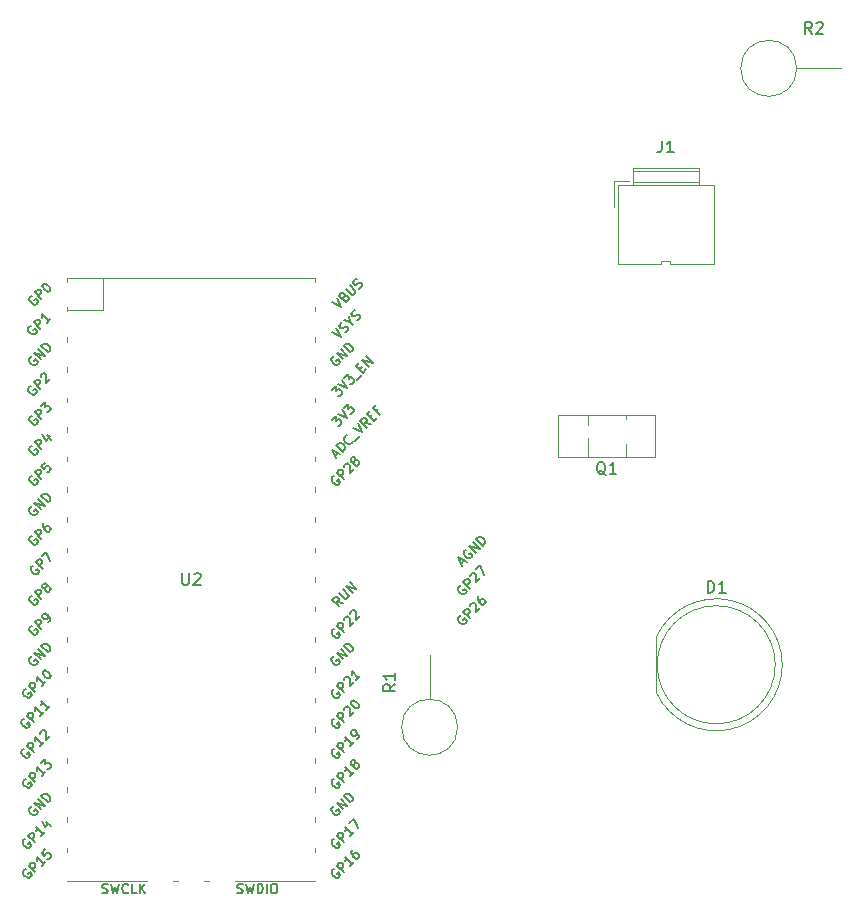
<source format=gbr>
%TF.GenerationSoftware,KiCad,Pcbnew,8.0.0*%
%TF.CreationDate,2024-03-27T17:07:57-03:00*%
%TF.ProjectId,primeiro,7072696d-6569-4726-9f2e-6b696361645f,rev?*%
%TF.SameCoordinates,Original*%
%TF.FileFunction,Legend,Top*%
%TF.FilePolarity,Positive*%
%FSLAX46Y46*%
G04 Gerber Fmt 4.6, Leading zero omitted, Abs format (unit mm)*
G04 Created by KiCad (PCBNEW 8.0.0) date 2024-03-27 17:07:57*
%MOMM*%
%LPD*%
G01*
G04 APERTURE LIST*
%ADD10C,0.150000*%
%ADD11C,0.120000*%
G04 APERTURE END LIST*
D10*
X182358333Y-36584819D02*
X182025000Y-36108628D01*
X181786905Y-36584819D02*
X181786905Y-35584819D01*
X181786905Y-35584819D02*
X182167857Y-35584819D01*
X182167857Y-35584819D02*
X182263095Y-35632438D01*
X182263095Y-35632438D02*
X182310714Y-35680057D01*
X182310714Y-35680057D02*
X182358333Y-35775295D01*
X182358333Y-35775295D02*
X182358333Y-35918152D01*
X182358333Y-35918152D02*
X182310714Y-36013390D01*
X182310714Y-36013390D02*
X182263095Y-36061009D01*
X182263095Y-36061009D02*
X182167857Y-36108628D01*
X182167857Y-36108628D02*
X181786905Y-36108628D01*
X182739286Y-35680057D02*
X182786905Y-35632438D01*
X182786905Y-35632438D02*
X182882143Y-35584819D01*
X182882143Y-35584819D02*
X183120238Y-35584819D01*
X183120238Y-35584819D02*
X183215476Y-35632438D01*
X183215476Y-35632438D02*
X183263095Y-35680057D01*
X183263095Y-35680057D02*
X183310714Y-35775295D01*
X183310714Y-35775295D02*
X183310714Y-35870533D01*
X183310714Y-35870533D02*
X183263095Y-36013390D01*
X183263095Y-36013390D02*
X182691667Y-36584819D01*
X182691667Y-36584819D02*
X183310714Y-36584819D01*
X164904761Y-73920057D02*
X164809523Y-73872438D01*
X164809523Y-73872438D02*
X164714285Y-73777200D01*
X164714285Y-73777200D02*
X164571428Y-73634342D01*
X164571428Y-73634342D02*
X164476190Y-73586723D01*
X164476190Y-73586723D02*
X164380952Y-73586723D01*
X164428571Y-73824819D02*
X164333333Y-73777200D01*
X164333333Y-73777200D02*
X164238095Y-73681961D01*
X164238095Y-73681961D02*
X164190476Y-73491485D01*
X164190476Y-73491485D02*
X164190476Y-73158152D01*
X164190476Y-73158152D02*
X164238095Y-72967676D01*
X164238095Y-72967676D02*
X164333333Y-72872438D01*
X164333333Y-72872438D02*
X164428571Y-72824819D01*
X164428571Y-72824819D02*
X164619047Y-72824819D01*
X164619047Y-72824819D02*
X164714285Y-72872438D01*
X164714285Y-72872438D02*
X164809523Y-72967676D01*
X164809523Y-72967676D02*
X164857142Y-73158152D01*
X164857142Y-73158152D02*
X164857142Y-73491485D01*
X164857142Y-73491485D02*
X164809523Y-73681961D01*
X164809523Y-73681961D02*
X164714285Y-73777200D01*
X164714285Y-73777200D02*
X164619047Y-73824819D01*
X164619047Y-73824819D02*
X164428571Y-73824819D01*
X165809523Y-73824819D02*
X165238095Y-73824819D01*
X165523809Y-73824819D02*
X165523809Y-72824819D01*
X165523809Y-72824819D02*
X165428571Y-72967676D01*
X165428571Y-72967676D02*
X165333333Y-73062914D01*
X165333333Y-73062914D02*
X165238095Y-73110533D01*
X129053095Y-82239819D02*
X129053095Y-83049342D01*
X129053095Y-83049342D02*
X129100714Y-83144580D01*
X129100714Y-83144580D02*
X129148333Y-83192200D01*
X129148333Y-83192200D02*
X129243571Y-83239819D01*
X129243571Y-83239819D02*
X129434047Y-83239819D01*
X129434047Y-83239819D02*
X129529285Y-83192200D01*
X129529285Y-83192200D02*
X129576904Y-83144580D01*
X129576904Y-83144580D02*
X129624523Y-83049342D01*
X129624523Y-83049342D02*
X129624523Y-82239819D01*
X130053095Y-82335057D02*
X130100714Y-82287438D01*
X130100714Y-82287438D02*
X130195952Y-82239819D01*
X130195952Y-82239819D02*
X130434047Y-82239819D01*
X130434047Y-82239819D02*
X130529285Y-82287438D01*
X130529285Y-82287438D02*
X130576904Y-82335057D01*
X130576904Y-82335057D02*
X130624523Y-82430295D01*
X130624523Y-82430295D02*
X130624523Y-82525533D01*
X130624523Y-82525533D02*
X130576904Y-82668390D01*
X130576904Y-82668390D02*
X130005476Y-83239819D01*
X130005476Y-83239819D02*
X130624523Y-83239819D01*
X152617998Y-83275868D02*
X152537185Y-83302805D01*
X152537185Y-83302805D02*
X152456373Y-83383618D01*
X152456373Y-83383618D02*
X152402498Y-83491367D01*
X152402498Y-83491367D02*
X152402498Y-83599117D01*
X152402498Y-83599117D02*
X152429436Y-83679929D01*
X152429436Y-83679929D02*
X152510248Y-83814616D01*
X152510248Y-83814616D02*
X152591060Y-83895428D01*
X152591060Y-83895428D02*
X152725747Y-83976241D01*
X152725747Y-83976241D02*
X152806560Y-84003178D01*
X152806560Y-84003178D02*
X152914309Y-84003178D01*
X152914309Y-84003178D02*
X153022059Y-83949303D01*
X153022059Y-83949303D02*
X153075934Y-83895428D01*
X153075934Y-83895428D02*
X153129808Y-83787679D01*
X153129808Y-83787679D02*
X153129808Y-83733804D01*
X153129808Y-83733804D02*
X152941247Y-83545242D01*
X152941247Y-83545242D02*
X152833497Y-83652992D01*
X153426120Y-83545242D02*
X152860434Y-82979557D01*
X152860434Y-82979557D02*
X153075934Y-82764057D01*
X153075934Y-82764057D02*
X153156746Y-82737120D01*
X153156746Y-82737120D02*
X153210621Y-82737120D01*
X153210621Y-82737120D02*
X153291433Y-82764057D01*
X153291433Y-82764057D02*
X153372245Y-82844870D01*
X153372245Y-82844870D02*
X153399182Y-82925682D01*
X153399182Y-82925682D02*
X153399182Y-82979557D01*
X153399182Y-82979557D02*
X153372245Y-83060369D01*
X153372245Y-83060369D02*
X153156746Y-83275868D01*
X153453057Y-82494683D02*
X153453057Y-82440809D01*
X153453057Y-82440809D02*
X153479995Y-82359996D01*
X153479995Y-82359996D02*
X153614682Y-82225309D01*
X153614682Y-82225309D02*
X153695494Y-82198372D01*
X153695494Y-82198372D02*
X153749369Y-82198372D01*
X153749369Y-82198372D02*
X153830181Y-82225309D01*
X153830181Y-82225309D02*
X153884056Y-82279184D01*
X153884056Y-82279184D02*
X153937930Y-82386934D01*
X153937930Y-82386934D02*
X153937930Y-83033431D01*
X153937930Y-83033431D02*
X154288117Y-82683245D01*
X153910993Y-81928998D02*
X154288117Y-81551874D01*
X154288117Y-81551874D02*
X154611366Y-82359996D01*
X142653651Y-84728710D02*
X142195716Y-84647898D01*
X142330403Y-85051959D02*
X141764717Y-84486274D01*
X141764717Y-84486274D02*
X141980216Y-84270775D01*
X141980216Y-84270775D02*
X142061029Y-84243837D01*
X142061029Y-84243837D02*
X142114903Y-84243837D01*
X142114903Y-84243837D02*
X142195716Y-84270775D01*
X142195716Y-84270775D02*
X142276528Y-84351587D01*
X142276528Y-84351587D02*
X142303465Y-84432399D01*
X142303465Y-84432399D02*
X142303465Y-84486274D01*
X142303465Y-84486274D02*
X142276528Y-84567086D01*
X142276528Y-84567086D02*
X142061029Y-84782585D01*
X142330403Y-83920588D02*
X142788338Y-84378524D01*
X142788338Y-84378524D02*
X142869151Y-84405462D01*
X142869151Y-84405462D02*
X142923025Y-84405462D01*
X142923025Y-84405462D02*
X143003838Y-84378524D01*
X143003838Y-84378524D02*
X143111587Y-84270775D01*
X143111587Y-84270775D02*
X143138525Y-84189962D01*
X143138525Y-84189962D02*
X143138525Y-84136088D01*
X143138525Y-84136088D02*
X143111587Y-84055275D01*
X143111587Y-84055275D02*
X142653651Y-83597340D01*
X143488711Y-83893651D02*
X142923025Y-83327966D01*
X142923025Y-83327966D02*
X143811959Y-83570402D01*
X143811959Y-83570402D02*
X143246274Y-83004717D01*
X115804998Y-92065868D02*
X115724185Y-92092805D01*
X115724185Y-92092805D02*
X115643373Y-92173618D01*
X115643373Y-92173618D02*
X115589498Y-92281367D01*
X115589498Y-92281367D02*
X115589498Y-92389117D01*
X115589498Y-92389117D02*
X115616436Y-92469929D01*
X115616436Y-92469929D02*
X115697248Y-92604616D01*
X115697248Y-92604616D02*
X115778060Y-92685428D01*
X115778060Y-92685428D02*
X115912747Y-92766241D01*
X115912747Y-92766241D02*
X115993560Y-92793178D01*
X115993560Y-92793178D02*
X116101309Y-92793178D01*
X116101309Y-92793178D02*
X116209059Y-92739303D01*
X116209059Y-92739303D02*
X116262934Y-92685428D01*
X116262934Y-92685428D02*
X116316808Y-92577679D01*
X116316808Y-92577679D02*
X116316808Y-92523804D01*
X116316808Y-92523804D02*
X116128247Y-92335242D01*
X116128247Y-92335242D02*
X116020497Y-92442992D01*
X116613120Y-92335242D02*
X116047434Y-91769557D01*
X116047434Y-91769557D02*
X116262934Y-91554057D01*
X116262934Y-91554057D02*
X116343746Y-91527120D01*
X116343746Y-91527120D02*
X116397621Y-91527120D01*
X116397621Y-91527120D02*
X116478433Y-91554057D01*
X116478433Y-91554057D02*
X116559245Y-91634870D01*
X116559245Y-91634870D02*
X116586182Y-91715682D01*
X116586182Y-91715682D02*
X116586182Y-91769557D01*
X116586182Y-91769557D02*
X116559245Y-91850369D01*
X116559245Y-91850369D02*
X116343746Y-92065868D01*
X117475117Y-91473245D02*
X117151868Y-91796494D01*
X117313492Y-91634870D02*
X116747807Y-91069184D01*
X116747807Y-91069184D02*
X116774744Y-91203871D01*
X116774744Y-91203871D02*
X116774744Y-91311621D01*
X116774744Y-91311621D02*
X116747807Y-91392433D01*
X117259618Y-90557373D02*
X117313492Y-90503499D01*
X117313492Y-90503499D02*
X117394305Y-90476561D01*
X117394305Y-90476561D02*
X117448179Y-90476561D01*
X117448179Y-90476561D02*
X117528992Y-90503499D01*
X117528992Y-90503499D02*
X117663679Y-90584311D01*
X117663679Y-90584311D02*
X117798366Y-90718998D01*
X117798366Y-90718998D02*
X117879178Y-90853685D01*
X117879178Y-90853685D02*
X117906115Y-90934497D01*
X117906115Y-90934497D02*
X117906115Y-90988372D01*
X117906115Y-90988372D02*
X117879178Y-91069184D01*
X117879178Y-91069184D02*
X117825303Y-91123059D01*
X117825303Y-91123059D02*
X117744491Y-91149996D01*
X117744491Y-91149996D02*
X117690616Y-91149996D01*
X117690616Y-91149996D02*
X117609804Y-91123059D01*
X117609804Y-91123059D02*
X117475117Y-91042247D01*
X117475117Y-91042247D02*
X117340430Y-90907560D01*
X117340430Y-90907560D02*
X117259618Y-90772873D01*
X117259618Y-90772873D02*
X117232680Y-90692060D01*
X117232680Y-90692060D02*
X117232680Y-90638186D01*
X117232680Y-90638186D02*
X117259618Y-90557373D01*
X116228372Y-61306494D02*
X116147560Y-61333431D01*
X116147560Y-61333431D02*
X116066748Y-61414243D01*
X116066748Y-61414243D02*
X116012873Y-61521993D01*
X116012873Y-61521993D02*
X116012873Y-61629742D01*
X116012873Y-61629742D02*
X116039810Y-61710555D01*
X116039810Y-61710555D02*
X116120623Y-61845242D01*
X116120623Y-61845242D02*
X116201435Y-61926054D01*
X116201435Y-61926054D02*
X116336122Y-62006866D01*
X116336122Y-62006866D02*
X116416934Y-62033803D01*
X116416934Y-62033803D02*
X116524684Y-62033803D01*
X116524684Y-62033803D02*
X116632433Y-61979929D01*
X116632433Y-61979929D02*
X116686308Y-61926054D01*
X116686308Y-61926054D02*
X116740183Y-61818304D01*
X116740183Y-61818304D02*
X116740183Y-61764429D01*
X116740183Y-61764429D02*
X116551621Y-61575868D01*
X116551621Y-61575868D02*
X116443871Y-61683617D01*
X117036494Y-61575868D02*
X116470809Y-61010182D01*
X116470809Y-61010182D02*
X116686308Y-60794683D01*
X116686308Y-60794683D02*
X116767120Y-60767746D01*
X116767120Y-60767746D02*
X116820995Y-60767746D01*
X116820995Y-60767746D02*
X116901807Y-60794683D01*
X116901807Y-60794683D02*
X116982619Y-60875495D01*
X116982619Y-60875495D02*
X117009557Y-60956307D01*
X117009557Y-60956307D02*
X117009557Y-61010182D01*
X117009557Y-61010182D02*
X116982619Y-61090994D01*
X116982619Y-61090994D02*
X116767120Y-61306494D01*
X117898491Y-60713871D02*
X117575242Y-61037120D01*
X117736867Y-60875495D02*
X117171181Y-60309810D01*
X117171181Y-60309810D02*
X117198119Y-60444497D01*
X117198119Y-60444497D02*
X117198119Y-60552246D01*
X117198119Y-60552246D02*
X117171181Y-60633059D01*
X115658998Y-97145868D02*
X115578185Y-97172805D01*
X115578185Y-97172805D02*
X115497373Y-97253618D01*
X115497373Y-97253618D02*
X115443498Y-97361367D01*
X115443498Y-97361367D02*
X115443498Y-97469117D01*
X115443498Y-97469117D02*
X115470436Y-97549929D01*
X115470436Y-97549929D02*
X115551248Y-97684616D01*
X115551248Y-97684616D02*
X115632060Y-97765428D01*
X115632060Y-97765428D02*
X115766747Y-97846241D01*
X115766747Y-97846241D02*
X115847560Y-97873178D01*
X115847560Y-97873178D02*
X115955309Y-97873178D01*
X115955309Y-97873178D02*
X116063059Y-97819303D01*
X116063059Y-97819303D02*
X116116934Y-97765428D01*
X116116934Y-97765428D02*
X116170808Y-97657679D01*
X116170808Y-97657679D02*
X116170808Y-97603804D01*
X116170808Y-97603804D02*
X115982247Y-97415242D01*
X115982247Y-97415242D02*
X115874497Y-97522992D01*
X116467120Y-97415242D02*
X115901434Y-96849557D01*
X115901434Y-96849557D02*
X116116934Y-96634057D01*
X116116934Y-96634057D02*
X116197746Y-96607120D01*
X116197746Y-96607120D02*
X116251621Y-96607120D01*
X116251621Y-96607120D02*
X116332433Y-96634057D01*
X116332433Y-96634057D02*
X116413245Y-96714870D01*
X116413245Y-96714870D02*
X116440182Y-96795682D01*
X116440182Y-96795682D02*
X116440182Y-96849557D01*
X116440182Y-96849557D02*
X116413245Y-96930369D01*
X116413245Y-96930369D02*
X116197746Y-97145868D01*
X117329117Y-96553245D02*
X117005868Y-96876494D01*
X117167492Y-96714870D02*
X116601807Y-96149184D01*
X116601807Y-96149184D02*
X116628744Y-96283871D01*
X116628744Y-96283871D02*
X116628744Y-96391621D01*
X116628744Y-96391621D02*
X116601807Y-96472433D01*
X117032805Y-95825935D02*
X117032805Y-95772060D01*
X117032805Y-95772060D02*
X117059743Y-95691248D01*
X117059743Y-95691248D02*
X117194430Y-95556561D01*
X117194430Y-95556561D02*
X117275242Y-95529624D01*
X117275242Y-95529624D02*
X117329117Y-95529624D01*
X117329117Y-95529624D02*
X117409929Y-95556561D01*
X117409929Y-95556561D02*
X117463804Y-95610436D01*
X117463804Y-95610436D02*
X117517679Y-95718186D01*
X117517679Y-95718186D02*
X117517679Y-96364683D01*
X117517679Y-96364683D02*
X117867865Y-96014497D01*
X141735749Y-61855242D02*
X142489996Y-62232366D01*
X142489996Y-62232366D02*
X142112873Y-61478118D01*
X142813245Y-61855242D02*
X142920995Y-61801367D01*
X142920995Y-61801367D02*
X143055682Y-61666680D01*
X143055682Y-61666680D02*
X143082619Y-61585868D01*
X143082619Y-61585868D02*
X143082619Y-61531993D01*
X143082619Y-61531993D02*
X143055682Y-61451181D01*
X143055682Y-61451181D02*
X143001807Y-61397306D01*
X143001807Y-61397306D02*
X142920995Y-61370369D01*
X142920995Y-61370369D02*
X142867120Y-61370369D01*
X142867120Y-61370369D02*
X142786308Y-61397306D01*
X142786308Y-61397306D02*
X142651621Y-61478118D01*
X142651621Y-61478118D02*
X142570808Y-61505056D01*
X142570808Y-61505056D02*
X142516934Y-61505056D01*
X142516934Y-61505056D02*
X142436121Y-61478118D01*
X142436121Y-61478118D02*
X142382247Y-61424244D01*
X142382247Y-61424244D02*
X142355309Y-61343431D01*
X142355309Y-61343431D02*
X142355309Y-61289557D01*
X142355309Y-61289557D02*
X142382247Y-61208744D01*
X142382247Y-61208744D02*
X142516934Y-61074057D01*
X142516934Y-61074057D02*
X142624683Y-61020183D01*
X143244244Y-60939370D02*
X143513618Y-61208744D01*
X142759370Y-60831621D02*
X143244244Y-60939370D01*
X143244244Y-60939370D02*
X143136494Y-60454497D01*
X143836866Y-60831621D02*
X143944616Y-60777746D01*
X143944616Y-60777746D02*
X144079303Y-60643059D01*
X144079303Y-60643059D02*
X144106240Y-60562247D01*
X144106240Y-60562247D02*
X144106240Y-60508372D01*
X144106240Y-60508372D02*
X144079303Y-60427560D01*
X144079303Y-60427560D02*
X144025428Y-60373685D01*
X144025428Y-60373685D02*
X143944616Y-60346748D01*
X143944616Y-60346748D02*
X143890741Y-60346748D01*
X143890741Y-60346748D02*
X143809929Y-60373685D01*
X143809929Y-60373685D02*
X143675242Y-60454497D01*
X143675242Y-60454497D02*
X143594430Y-60481435D01*
X143594430Y-60481435D02*
X143540555Y-60481435D01*
X143540555Y-60481435D02*
X143459743Y-60454497D01*
X143459743Y-60454497D02*
X143405868Y-60400622D01*
X143405868Y-60400622D02*
X143378930Y-60319810D01*
X143378930Y-60319810D02*
X143378930Y-60265935D01*
X143378930Y-60265935D02*
X143405868Y-60185123D01*
X143405868Y-60185123D02*
X143540555Y-60050436D01*
X143540555Y-60050436D02*
X143648304Y-59996561D01*
X115758998Y-104765868D02*
X115678185Y-104792805D01*
X115678185Y-104792805D02*
X115597373Y-104873618D01*
X115597373Y-104873618D02*
X115543498Y-104981367D01*
X115543498Y-104981367D02*
X115543498Y-105089117D01*
X115543498Y-105089117D02*
X115570436Y-105169929D01*
X115570436Y-105169929D02*
X115651248Y-105304616D01*
X115651248Y-105304616D02*
X115732060Y-105385428D01*
X115732060Y-105385428D02*
X115866747Y-105466241D01*
X115866747Y-105466241D02*
X115947560Y-105493178D01*
X115947560Y-105493178D02*
X116055309Y-105493178D01*
X116055309Y-105493178D02*
X116163059Y-105439303D01*
X116163059Y-105439303D02*
X116216934Y-105385428D01*
X116216934Y-105385428D02*
X116270808Y-105277679D01*
X116270808Y-105277679D02*
X116270808Y-105223804D01*
X116270808Y-105223804D02*
X116082247Y-105035242D01*
X116082247Y-105035242D02*
X115974497Y-105142992D01*
X116567120Y-105035242D02*
X116001434Y-104469557D01*
X116001434Y-104469557D02*
X116216934Y-104254057D01*
X116216934Y-104254057D02*
X116297746Y-104227120D01*
X116297746Y-104227120D02*
X116351621Y-104227120D01*
X116351621Y-104227120D02*
X116432433Y-104254057D01*
X116432433Y-104254057D02*
X116513245Y-104334870D01*
X116513245Y-104334870D02*
X116540182Y-104415682D01*
X116540182Y-104415682D02*
X116540182Y-104469557D01*
X116540182Y-104469557D02*
X116513245Y-104550369D01*
X116513245Y-104550369D02*
X116297746Y-104765868D01*
X117429117Y-104173245D02*
X117105868Y-104496494D01*
X117267492Y-104334870D02*
X116701807Y-103769184D01*
X116701807Y-103769184D02*
X116728744Y-103903871D01*
X116728744Y-103903871D02*
X116728744Y-104011621D01*
X116728744Y-104011621D02*
X116701807Y-104092433D01*
X117536866Y-103311248D02*
X117913990Y-103688372D01*
X117186680Y-103230436D02*
X117456054Y-103769184D01*
X117456054Y-103769184D02*
X117806240Y-103418998D01*
X116301435Y-89283431D02*
X116220623Y-89310368D01*
X116220623Y-89310368D02*
X116139811Y-89391180D01*
X116139811Y-89391180D02*
X116085936Y-89498930D01*
X116085936Y-89498930D02*
X116085936Y-89606680D01*
X116085936Y-89606680D02*
X116112873Y-89687492D01*
X116112873Y-89687492D02*
X116193685Y-89822179D01*
X116193685Y-89822179D02*
X116274498Y-89902991D01*
X116274498Y-89902991D02*
X116409185Y-89983803D01*
X116409185Y-89983803D02*
X116489997Y-90010741D01*
X116489997Y-90010741D02*
X116597746Y-90010741D01*
X116597746Y-90010741D02*
X116705496Y-89956866D01*
X116705496Y-89956866D02*
X116759371Y-89902991D01*
X116759371Y-89902991D02*
X116813246Y-89795241D01*
X116813246Y-89795241D02*
X116813246Y-89741367D01*
X116813246Y-89741367D02*
X116624684Y-89552805D01*
X116624684Y-89552805D02*
X116516934Y-89660554D01*
X117109557Y-89552805D02*
X116543872Y-88987119D01*
X116543872Y-88987119D02*
X117432806Y-89229556D01*
X117432806Y-89229556D02*
X116867120Y-88663871D01*
X117702180Y-88960182D02*
X117136494Y-88394497D01*
X117136494Y-88394497D02*
X117271181Y-88259810D01*
X117271181Y-88259810D02*
X117378931Y-88205935D01*
X117378931Y-88205935D02*
X117486680Y-88205935D01*
X117486680Y-88205935D02*
X117567493Y-88232872D01*
X117567493Y-88232872D02*
X117702180Y-88313685D01*
X117702180Y-88313685D02*
X117782992Y-88394497D01*
X117782992Y-88394497D02*
X117863804Y-88529184D01*
X117863804Y-88529184D02*
X117890741Y-88609996D01*
X117890741Y-88609996D02*
X117890741Y-88717746D01*
X117890741Y-88717746D02*
X117836867Y-88825495D01*
X117836867Y-88825495D02*
X117702180Y-88960182D01*
X141912998Y-86985868D02*
X141832185Y-87012805D01*
X141832185Y-87012805D02*
X141751373Y-87093618D01*
X141751373Y-87093618D02*
X141697498Y-87201367D01*
X141697498Y-87201367D02*
X141697498Y-87309117D01*
X141697498Y-87309117D02*
X141724436Y-87389929D01*
X141724436Y-87389929D02*
X141805248Y-87524616D01*
X141805248Y-87524616D02*
X141886060Y-87605428D01*
X141886060Y-87605428D02*
X142020747Y-87686241D01*
X142020747Y-87686241D02*
X142101560Y-87713178D01*
X142101560Y-87713178D02*
X142209309Y-87713178D01*
X142209309Y-87713178D02*
X142317059Y-87659303D01*
X142317059Y-87659303D02*
X142370934Y-87605428D01*
X142370934Y-87605428D02*
X142424808Y-87497679D01*
X142424808Y-87497679D02*
X142424808Y-87443804D01*
X142424808Y-87443804D02*
X142236247Y-87255242D01*
X142236247Y-87255242D02*
X142128497Y-87362992D01*
X142721120Y-87255242D02*
X142155434Y-86689557D01*
X142155434Y-86689557D02*
X142370934Y-86474057D01*
X142370934Y-86474057D02*
X142451746Y-86447120D01*
X142451746Y-86447120D02*
X142505621Y-86447120D01*
X142505621Y-86447120D02*
X142586433Y-86474057D01*
X142586433Y-86474057D02*
X142667245Y-86554870D01*
X142667245Y-86554870D02*
X142694182Y-86635682D01*
X142694182Y-86635682D02*
X142694182Y-86689557D01*
X142694182Y-86689557D02*
X142667245Y-86770369D01*
X142667245Y-86770369D02*
X142451746Y-86985868D01*
X142748057Y-86204683D02*
X142748057Y-86150809D01*
X142748057Y-86150809D02*
X142774995Y-86069996D01*
X142774995Y-86069996D02*
X142909682Y-85935309D01*
X142909682Y-85935309D02*
X142990494Y-85908372D01*
X142990494Y-85908372D02*
X143044369Y-85908372D01*
X143044369Y-85908372D02*
X143125181Y-85935309D01*
X143125181Y-85935309D02*
X143179056Y-85989184D01*
X143179056Y-85989184D02*
X143232930Y-86096934D01*
X143232930Y-86096934D02*
X143232930Y-86743431D01*
X143232930Y-86743431D02*
X143583117Y-86393245D01*
X143286805Y-85665935D02*
X143286805Y-85612060D01*
X143286805Y-85612060D02*
X143313743Y-85531248D01*
X143313743Y-85531248D02*
X143448430Y-85396561D01*
X143448430Y-85396561D02*
X143529242Y-85369624D01*
X143529242Y-85369624D02*
X143583117Y-85369624D01*
X143583117Y-85369624D02*
X143663929Y-85396561D01*
X143663929Y-85396561D02*
X143717804Y-85450436D01*
X143717804Y-85450436D02*
X143771679Y-85558186D01*
X143771679Y-85558186D02*
X143771679Y-86204683D01*
X143771679Y-86204683D02*
X144121865Y-85854497D01*
X141912998Y-92075868D02*
X141832185Y-92102805D01*
X141832185Y-92102805D02*
X141751373Y-92183618D01*
X141751373Y-92183618D02*
X141697498Y-92291367D01*
X141697498Y-92291367D02*
X141697498Y-92399117D01*
X141697498Y-92399117D02*
X141724436Y-92479929D01*
X141724436Y-92479929D02*
X141805248Y-92614616D01*
X141805248Y-92614616D02*
X141886060Y-92695428D01*
X141886060Y-92695428D02*
X142020747Y-92776241D01*
X142020747Y-92776241D02*
X142101560Y-92803178D01*
X142101560Y-92803178D02*
X142209309Y-92803178D01*
X142209309Y-92803178D02*
X142317059Y-92749303D01*
X142317059Y-92749303D02*
X142370934Y-92695428D01*
X142370934Y-92695428D02*
X142424808Y-92587679D01*
X142424808Y-92587679D02*
X142424808Y-92533804D01*
X142424808Y-92533804D02*
X142236247Y-92345242D01*
X142236247Y-92345242D02*
X142128497Y-92452992D01*
X142721120Y-92345242D02*
X142155434Y-91779557D01*
X142155434Y-91779557D02*
X142370934Y-91564057D01*
X142370934Y-91564057D02*
X142451746Y-91537120D01*
X142451746Y-91537120D02*
X142505621Y-91537120D01*
X142505621Y-91537120D02*
X142586433Y-91564057D01*
X142586433Y-91564057D02*
X142667245Y-91644870D01*
X142667245Y-91644870D02*
X142694182Y-91725682D01*
X142694182Y-91725682D02*
X142694182Y-91779557D01*
X142694182Y-91779557D02*
X142667245Y-91860369D01*
X142667245Y-91860369D02*
X142451746Y-92075868D01*
X142748057Y-91294683D02*
X142748057Y-91240809D01*
X142748057Y-91240809D02*
X142774995Y-91159996D01*
X142774995Y-91159996D02*
X142909682Y-91025309D01*
X142909682Y-91025309D02*
X142990494Y-90998372D01*
X142990494Y-90998372D02*
X143044369Y-90998372D01*
X143044369Y-90998372D02*
X143125181Y-91025309D01*
X143125181Y-91025309D02*
X143179056Y-91079184D01*
X143179056Y-91079184D02*
X143232930Y-91186934D01*
X143232930Y-91186934D02*
X143232930Y-91833431D01*
X143232930Y-91833431D02*
X143583117Y-91483245D01*
X144121865Y-90944497D02*
X143798616Y-91267746D01*
X143960240Y-91106121D02*
X143394555Y-90540436D01*
X143394555Y-90540436D02*
X143421492Y-90675123D01*
X143421492Y-90675123D02*
X143421492Y-90782873D01*
X143421492Y-90782873D02*
X143394555Y-90863685D01*
X116328372Y-79096494D02*
X116247560Y-79123431D01*
X116247560Y-79123431D02*
X116166748Y-79204243D01*
X116166748Y-79204243D02*
X116112873Y-79311993D01*
X116112873Y-79311993D02*
X116112873Y-79419742D01*
X116112873Y-79419742D02*
X116139810Y-79500555D01*
X116139810Y-79500555D02*
X116220623Y-79635242D01*
X116220623Y-79635242D02*
X116301435Y-79716054D01*
X116301435Y-79716054D02*
X116436122Y-79796866D01*
X116436122Y-79796866D02*
X116516934Y-79823803D01*
X116516934Y-79823803D02*
X116624684Y-79823803D01*
X116624684Y-79823803D02*
X116732433Y-79769929D01*
X116732433Y-79769929D02*
X116786308Y-79716054D01*
X116786308Y-79716054D02*
X116840183Y-79608304D01*
X116840183Y-79608304D02*
X116840183Y-79554429D01*
X116840183Y-79554429D02*
X116651621Y-79365868D01*
X116651621Y-79365868D02*
X116543871Y-79473617D01*
X117136494Y-79365868D02*
X116570809Y-78800182D01*
X116570809Y-78800182D02*
X116786308Y-78584683D01*
X116786308Y-78584683D02*
X116867120Y-78557746D01*
X116867120Y-78557746D02*
X116920995Y-78557746D01*
X116920995Y-78557746D02*
X117001807Y-78584683D01*
X117001807Y-78584683D02*
X117082619Y-78665495D01*
X117082619Y-78665495D02*
X117109557Y-78746307D01*
X117109557Y-78746307D02*
X117109557Y-78800182D01*
X117109557Y-78800182D02*
X117082619Y-78880994D01*
X117082619Y-78880994D02*
X116867120Y-79096494D01*
X117378931Y-77992060D02*
X117271181Y-78099810D01*
X117271181Y-78099810D02*
X117244244Y-78180622D01*
X117244244Y-78180622D02*
X117244244Y-78234497D01*
X117244244Y-78234497D02*
X117271181Y-78369184D01*
X117271181Y-78369184D02*
X117351993Y-78503871D01*
X117351993Y-78503871D02*
X117567493Y-78719370D01*
X117567493Y-78719370D02*
X117648305Y-78746307D01*
X117648305Y-78746307D02*
X117702180Y-78746307D01*
X117702180Y-78746307D02*
X117782992Y-78719370D01*
X117782992Y-78719370D02*
X117890741Y-78611620D01*
X117890741Y-78611620D02*
X117917679Y-78530808D01*
X117917679Y-78530808D02*
X117917679Y-78476933D01*
X117917679Y-78476933D02*
X117890741Y-78396121D01*
X117890741Y-78396121D02*
X117756054Y-78261434D01*
X117756054Y-78261434D02*
X117675242Y-78234497D01*
X117675242Y-78234497D02*
X117621367Y-78234497D01*
X117621367Y-78234497D02*
X117540555Y-78261434D01*
X117540555Y-78261434D02*
X117432806Y-78369184D01*
X117432806Y-78369184D02*
X117405868Y-78449996D01*
X117405868Y-78449996D02*
X117405868Y-78503871D01*
X117405868Y-78503871D02*
X117432806Y-78584683D01*
X141912998Y-99685868D02*
X141832185Y-99712805D01*
X141832185Y-99712805D02*
X141751373Y-99793618D01*
X141751373Y-99793618D02*
X141697498Y-99901367D01*
X141697498Y-99901367D02*
X141697498Y-100009117D01*
X141697498Y-100009117D02*
X141724436Y-100089929D01*
X141724436Y-100089929D02*
X141805248Y-100224616D01*
X141805248Y-100224616D02*
X141886060Y-100305428D01*
X141886060Y-100305428D02*
X142020747Y-100386241D01*
X142020747Y-100386241D02*
X142101560Y-100413178D01*
X142101560Y-100413178D02*
X142209309Y-100413178D01*
X142209309Y-100413178D02*
X142317059Y-100359303D01*
X142317059Y-100359303D02*
X142370934Y-100305428D01*
X142370934Y-100305428D02*
X142424808Y-100197679D01*
X142424808Y-100197679D02*
X142424808Y-100143804D01*
X142424808Y-100143804D02*
X142236247Y-99955242D01*
X142236247Y-99955242D02*
X142128497Y-100062992D01*
X142721120Y-99955242D02*
X142155434Y-99389557D01*
X142155434Y-99389557D02*
X142370934Y-99174057D01*
X142370934Y-99174057D02*
X142451746Y-99147120D01*
X142451746Y-99147120D02*
X142505621Y-99147120D01*
X142505621Y-99147120D02*
X142586433Y-99174057D01*
X142586433Y-99174057D02*
X142667245Y-99254870D01*
X142667245Y-99254870D02*
X142694182Y-99335682D01*
X142694182Y-99335682D02*
X142694182Y-99389557D01*
X142694182Y-99389557D02*
X142667245Y-99470369D01*
X142667245Y-99470369D02*
X142451746Y-99685868D01*
X143583117Y-99093245D02*
X143259868Y-99416494D01*
X143421492Y-99254870D02*
X142855807Y-98689184D01*
X142855807Y-98689184D02*
X142882744Y-98823871D01*
X142882744Y-98823871D02*
X142882744Y-98931621D01*
X142882744Y-98931621D02*
X142855807Y-99012433D01*
X143583117Y-98446747D02*
X143502305Y-98473685D01*
X143502305Y-98473685D02*
X143448430Y-98473685D01*
X143448430Y-98473685D02*
X143367618Y-98446747D01*
X143367618Y-98446747D02*
X143340680Y-98419810D01*
X143340680Y-98419810D02*
X143313743Y-98338998D01*
X143313743Y-98338998D02*
X143313743Y-98285123D01*
X143313743Y-98285123D02*
X143340680Y-98204311D01*
X143340680Y-98204311D02*
X143448430Y-98096561D01*
X143448430Y-98096561D02*
X143529242Y-98069624D01*
X143529242Y-98069624D02*
X143583117Y-98069624D01*
X143583117Y-98069624D02*
X143663929Y-98096561D01*
X143663929Y-98096561D02*
X143690866Y-98123499D01*
X143690866Y-98123499D02*
X143717804Y-98204311D01*
X143717804Y-98204311D02*
X143717804Y-98258186D01*
X143717804Y-98258186D02*
X143690866Y-98338998D01*
X143690866Y-98338998D02*
X143583117Y-98446747D01*
X143583117Y-98446747D02*
X143556179Y-98527560D01*
X143556179Y-98527560D02*
X143556179Y-98581434D01*
X143556179Y-98581434D02*
X143583117Y-98662247D01*
X143583117Y-98662247D02*
X143690866Y-98769996D01*
X143690866Y-98769996D02*
X143771679Y-98796934D01*
X143771679Y-98796934D02*
X143825553Y-98796934D01*
X143825553Y-98796934D02*
X143906366Y-98769996D01*
X143906366Y-98769996D02*
X144014115Y-98662247D01*
X144014115Y-98662247D02*
X144041053Y-98581434D01*
X144041053Y-98581434D02*
X144041053Y-98527560D01*
X144041053Y-98527560D02*
X144014115Y-98446747D01*
X144014115Y-98446747D02*
X143906366Y-98338998D01*
X143906366Y-98338998D02*
X143825553Y-98312060D01*
X143825553Y-98312060D02*
X143771679Y-98312060D01*
X143771679Y-98312060D02*
X143690866Y-98338998D01*
X116228372Y-66396494D02*
X116147560Y-66423431D01*
X116147560Y-66423431D02*
X116066748Y-66504243D01*
X116066748Y-66504243D02*
X116012873Y-66611993D01*
X116012873Y-66611993D02*
X116012873Y-66719742D01*
X116012873Y-66719742D02*
X116039810Y-66800555D01*
X116039810Y-66800555D02*
X116120623Y-66935242D01*
X116120623Y-66935242D02*
X116201435Y-67016054D01*
X116201435Y-67016054D02*
X116336122Y-67096866D01*
X116336122Y-67096866D02*
X116416934Y-67123803D01*
X116416934Y-67123803D02*
X116524684Y-67123803D01*
X116524684Y-67123803D02*
X116632433Y-67069929D01*
X116632433Y-67069929D02*
X116686308Y-67016054D01*
X116686308Y-67016054D02*
X116740183Y-66908304D01*
X116740183Y-66908304D02*
X116740183Y-66854429D01*
X116740183Y-66854429D02*
X116551621Y-66665868D01*
X116551621Y-66665868D02*
X116443871Y-66773617D01*
X117036494Y-66665868D02*
X116470809Y-66100182D01*
X116470809Y-66100182D02*
X116686308Y-65884683D01*
X116686308Y-65884683D02*
X116767120Y-65857746D01*
X116767120Y-65857746D02*
X116820995Y-65857746D01*
X116820995Y-65857746D02*
X116901807Y-65884683D01*
X116901807Y-65884683D02*
X116982619Y-65965495D01*
X116982619Y-65965495D02*
X117009557Y-66046307D01*
X117009557Y-66046307D02*
X117009557Y-66100182D01*
X117009557Y-66100182D02*
X116982619Y-66180994D01*
X116982619Y-66180994D02*
X116767120Y-66396494D01*
X117063432Y-65615309D02*
X117063432Y-65561434D01*
X117063432Y-65561434D02*
X117090369Y-65480622D01*
X117090369Y-65480622D02*
X117225056Y-65345935D01*
X117225056Y-65345935D02*
X117305868Y-65318998D01*
X117305868Y-65318998D02*
X117359743Y-65318998D01*
X117359743Y-65318998D02*
X117440555Y-65345935D01*
X117440555Y-65345935D02*
X117494430Y-65399810D01*
X117494430Y-65399810D02*
X117548305Y-65507559D01*
X117548305Y-65507559D02*
X117548305Y-66154057D01*
X117548305Y-66154057D02*
X117898491Y-65803871D01*
X141912998Y-97145868D02*
X141832185Y-97172805D01*
X141832185Y-97172805D02*
X141751373Y-97253618D01*
X141751373Y-97253618D02*
X141697498Y-97361367D01*
X141697498Y-97361367D02*
X141697498Y-97469117D01*
X141697498Y-97469117D02*
X141724436Y-97549929D01*
X141724436Y-97549929D02*
X141805248Y-97684616D01*
X141805248Y-97684616D02*
X141886060Y-97765428D01*
X141886060Y-97765428D02*
X142020747Y-97846241D01*
X142020747Y-97846241D02*
X142101560Y-97873178D01*
X142101560Y-97873178D02*
X142209309Y-97873178D01*
X142209309Y-97873178D02*
X142317059Y-97819303D01*
X142317059Y-97819303D02*
X142370934Y-97765428D01*
X142370934Y-97765428D02*
X142424808Y-97657679D01*
X142424808Y-97657679D02*
X142424808Y-97603804D01*
X142424808Y-97603804D02*
X142236247Y-97415242D01*
X142236247Y-97415242D02*
X142128497Y-97522992D01*
X142721120Y-97415242D02*
X142155434Y-96849557D01*
X142155434Y-96849557D02*
X142370934Y-96634057D01*
X142370934Y-96634057D02*
X142451746Y-96607120D01*
X142451746Y-96607120D02*
X142505621Y-96607120D01*
X142505621Y-96607120D02*
X142586433Y-96634057D01*
X142586433Y-96634057D02*
X142667245Y-96714870D01*
X142667245Y-96714870D02*
X142694182Y-96795682D01*
X142694182Y-96795682D02*
X142694182Y-96849557D01*
X142694182Y-96849557D02*
X142667245Y-96930369D01*
X142667245Y-96930369D02*
X142451746Y-97145868D01*
X143583117Y-96553245D02*
X143259868Y-96876494D01*
X143421492Y-96714870D02*
X142855807Y-96149184D01*
X142855807Y-96149184D02*
X142882744Y-96283871D01*
X142882744Y-96283871D02*
X142882744Y-96391621D01*
X142882744Y-96391621D02*
X142855807Y-96472433D01*
X143852491Y-96283871D02*
X143960240Y-96176121D01*
X143960240Y-96176121D02*
X143987178Y-96095309D01*
X143987178Y-96095309D02*
X143987178Y-96041434D01*
X143987178Y-96041434D02*
X143960240Y-95906747D01*
X143960240Y-95906747D02*
X143879428Y-95772060D01*
X143879428Y-95772060D02*
X143663929Y-95556561D01*
X143663929Y-95556561D02*
X143583117Y-95529624D01*
X143583117Y-95529624D02*
X143529242Y-95529624D01*
X143529242Y-95529624D02*
X143448430Y-95556561D01*
X143448430Y-95556561D02*
X143340680Y-95664311D01*
X143340680Y-95664311D02*
X143313743Y-95745123D01*
X143313743Y-95745123D02*
X143313743Y-95798998D01*
X143313743Y-95798998D02*
X143340680Y-95879810D01*
X143340680Y-95879810D02*
X143475367Y-96014497D01*
X143475367Y-96014497D02*
X143556179Y-96041434D01*
X143556179Y-96041434D02*
X143610054Y-96041434D01*
X143610054Y-96041434D02*
X143690866Y-96014497D01*
X143690866Y-96014497D02*
X143798616Y-95906747D01*
X143798616Y-95906747D02*
X143825553Y-95825935D01*
X143825553Y-95825935D02*
X143825553Y-95772060D01*
X143825553Y-95772060D02*
X143798616Y-95691248D01*
X141912998Y-94605868D02*
X141832185Y-94632805D01*
X141832185Y-94632805D02*
X141751373Y-94713618D01*
X141751373Y-94713618D02*
X141697498Y-94821367D01*
X141697498Y-94821367D02*
X141697498Y-94929117D01*
X141697498Y-94929117D02*
X141724436Y-95009929D01*
X141724436Y-95009929D02*
X141805248Y-95144616D01*
X141805248Y-95144616D02*
X141886060Y-95225428D01*
X141886060Y-95225428D02*
X142020747Y-95306241D01*
X142020747Y-95306241D02*
X142101560Y-95333178D01*
X142101560Y-95333178D02*
X142209309Y-95333178D01*
X142209309Y-95333178D02*
X142317059Y-95279303D01*
X142317059Y-95279303D02*
X142370934Y-95225428D01*
X142370934Y-95225428D02*
X142424808Y-95117679D01*
X142424808Y-95117679D02*
X142424808Y-95063804D01*
X142424808Y-95063804D02*
X142236247Y-94875242D01*
X142236247Y-94875242D02*
X142128497Y-94982992D01*
X142721120Y-94875242D02*
X142155434Y-94309557D01*
X142155434Y-94309557D02*
X142370934Y-94094057D01*
X142370934Y-94094057D02*
X142451746Y-94067120D01*
X142451746Y-94067120D02*
X142505621Y-94067120D01*
X142505621Y-94067120D02*
X142586433Y-94094057D01*
X142586433Y-94094057D02*
X142667245Y-94174870D01*
X142667245Y-94174870D02*
X142694182Y-94255682D01*
X142694182Y-94255682D02*
X142694182Y-94309557D01*
X142694182Y-94309557D02*
X142667245Y-94390369D01*
X142667245Y-94390369D02*
X142451746Y-94605868D01*
X142748057Y-93824683D02*
X142748057Y-93770809D01*
X142748057Y-93770809D02*
X142774995Y-93689996D01*
X142774995Y-93689996D02*
X142909682Y-93555309D01*
X142909682Y-93555309D02*
X142990494Y-93528372D01*
X142990494Y-93528372D02*
X143044369Y-93528372D01*
X143044369Y-93528372D02*
X143125181Y-93555309D01*
X143125181Y-93555309D02*
X143179056Y-93609184D01*
X143179056Y-93609184D02*
X143232930Y-93716934D01*
X143232930Y-93716934D02*
X143232930Y-94363431D01*
X143232930Y-94363431D02*
X143583117Y-94013245D01*
X143367618Y-93097373D02*
X143421492Y-93043499D01*
X143421492Y-93043499D02*
X143502305Y-93016561D01*
X143502305Y-93016561D02*
X143556179Y-93016561D01*
X143556179Y-93016561D02*
X143636992Y-93043499D01*
X143636992Y-93043499D02*
X143771679Y-93124311D01*
X143771679Y-93124311D02*
X143906366Y-93258998D01*
X143906366Y-93258998D02*
X143987178Y-93393685D01*
X143987178Y-93393685D02*
X144014115Y-93474497D01*
X144014115Y-93474497D02*
X144014115Y-93528372D01*
X144014115Y-93528372D02*
X143987178Y-93609184D01*
X143987178Y-93609184D02*
X143933303Y-93663059D01*
X143933303Y-93663059D02*
X143852491Y-93689996D01*
X143852491Y-93689996D02*
X143798616Y-93689996D01*
X143798616Y-93689996D02*
X143717804Y-93663059D01*
X143717804Y-93663059D02*
X143583117Y-93582247D01*
X143583117Y-93582247D02*
X143448430Y-93447560D01*
X143448430Y-93447560D02*
X143367618Y-93312873D01*
X143367618Y-93312873D02*
X143340680Y-93232060D01*
X143340680Y-93232060D02*
X143340680Y-93178186D01*
X143340680Y-93178186D02*
X143367618Y-93097373D01*
X116301435Y-63883431D02*
X116220623Y-63910368D01*
X116220623Y-63910368D02*
X116139811Y-63991180D01*
X116139811Y-63991180D02*
X116085936Y-64098930D01*
X116085936Y-64098930D02*
X116085936Y-64206680D01*
X116085936Y-64206680D02*
X116112873Y-64287492D01*
X116112873Y-64287492D02*
X116193685Y-64422179D01*
X116193685Y-64422179D02*
X116274498Y-64502991D01*
X116274498Y-64502991D02*
X116409185Y-64583803D01*
X116409185Y-64583803D02*
X116489997Y-64610741D01*
X116489997Y-64610741D02*
X116597746Y-64610741D01*
X116597746Y-64610741D02*
X116705496Y-64556866D01*
X116705496Y-64556866D02*
X116759371Y-64502991D01*
X116759371Y-64502991D02*
X116813246Y-64395241D01*
X116813246Y-64395241D02*
X116813246Y-64341367D01*
X116813246Y-64341367D02*
X116624684Y-64152805D01*
X116624684Y-64152805D02*
X116516934Y-64260554D01*
X117109557Y-64152805D02*
X116543872Y-63587119D01*
X116543872Y-63587119D02*
X117432806Y-63829556D01*
X117432806Y-63829556D02*
X116867120Y-63263871D01*
X117702180Y-63560182D02*
X117136494Y-62994497D01*
X117136494Y-62994497D02*
X117271181Y-62859810D01*
X117271181Y-62859810D02*
X117378931Y-62805935D01*
X117378931Y-62805935D02*
X117486680Y-62805935D01*
X117486680Y-62805935D02*
X117567493Y-62832872D01*
X117567493Y-62832872D02*
X117702180Y-62913685D01*
X117702180Y-62913685D02*
X117782992Y-62994497D01*
X117782992Y-62994497D02*
X117863804Y-63129184D01*
X117863804Y-63129184D02*
X117890741Y-63209996D01*
X117890741Y-63209996D02*
X117890741Y-63317746D01*
X117890741Y-63317746D02*
X117836867Y-63425495D01*
X117836867Y-63425495D02*
X117702180Y-63560182D01*
X116301435Y-101983431D02*
X116220623Y-102010368D01*
X116220623Y-102010368D02*
X116139811Y-102091180D01*
X116139811Y-102091180D02*
X116085936Y-102198930D01*
X116085936Y-102198930D02*
X116085936Y-102306680D01*
X116085936Y-102306680D02*
X116112873Y-102387492D01*
X116112873Y-102387492D02*
X116193685Y-102522179D01*
X116193685Y-102522179D02*
X116274498Y-102602991D01*
X116274498Y-102602991D02*
X116409185Y-102683803D01*
X116409185Y-102683803D02*
X116489997Y-102710741D01*
X116489997Y-102710741D02*
X116597746Y-102710741D01*
X116597746Y-102710741D02*
X116705496Y-102656866D01*
X116705496Y-102656866D02*
X116759371Y-102602991D01*
X116759371Y-102602991D02*
X116813246Y-102495241D01*
X116813246Y-102495241D02*
X116813246Y-102441367D01*
X116813246Y-102441367D02*
X116624684Y-102252805D01*
X116624684Y-102252805D02*
X116516934Y-102360554D01*
X117109557Y-102252805D02*
X116543872Y-101687119D01*
X116543872Y-101687119D02*
X117432806Y-101929556D01*
X117432806Y-101929556D02*
X116867120Y-101363871D01*
X117702180Y-101660182D02*
X117136494Y-101094497D01*
X117136494Y-101094497D02*
X117271181Y-100959810D01*
X117271181Y-100959810D02*
X117378931Y-100905935D01*
X117378931Y-100905935D02*
X117486680Y-100905935D01*
X117486680Y-100905935D02*
X117567493Y-100932872D01*
X117567493Y-100932872D02*
X117702180Y-101013685D01*
X117702180Y-101013685D02*
X117782992Y-101094497D01*
X117782992Y-101094497D02*
X117863804Y-101229184D01*
X117863804Y-101229184D02*
X117890741Y-101309996D01*
X117890741Y-101309996D02*
X117890741Y-101417746D01*
X117890741Y-101417746D02*
X117836867Y-101525495D01*
X117836867Y-101525495D02*
X117702180Y-101660182D01*
X116328372Y-68936494D02*
X116247560Y-68963431D01*
X116247560Y-68963431D02*
X116166748Y-69044243D01*
X116166748Y-69044243D02*
X116112873Y-69151993D01*
X116112873Y-69151993D02*
X116112873Y-69259742D01*
X116112873Y-69259742D02*
X116139810Y-69340555D01*
X116139810Y-69340555D02*
X116220623Y-69475242D01*
X116220623Y-69475242D02*
X116301435Y-69556054D01*
X116301435Y-69556054D02*
X116436122Y-69636866D01*
X116436122Y-69636866D02*
X116516934Y-69663803D01*
X116516934Y-69663803D02*
X116624684Y-69663803D01*
X116624684Y-69663803D02*
X116732433Y-69609929D01*
X116732433Y-69609929D02*
X116786308Y-69556054D01*
X116786308Y-69556054D02*
X116840183Y-69448304D01*
X116840183Y-69448304D02*
X116840183Y-69394429D01*
X116840183Y-69394429D02*
X116651621Y-69205868D01*
X116651621Y-69205868D02*
X116543871Y-69313617D01*
X117136494Y-69205868D02*
X116570809Y-68640182D01*
X116570809Y-68640182D02*
X116786308Y-68424683D01*
X116786308Y-68424683D02*
X116867120Y-68397746D01*
X116867120Y-68397746D02*
X116920995Y-68397746D01*
X116920995Y-68397746D02*
X117001807Y-68424683D01*
X117001807Y-68424683D02*
X117082619Y-68505495D01*
X117082619Y-68505495D02*
X117109557Y-68586307D01*
X117109557Y-68586307D02*
X117109557Y-68640182D01*
X117109557Y-68640182D02*
X117082619Y-68720994D01*
X117082619Y-68720994D02*
X116867120Y-68936494D01*
X117082619Y-68128372D02*
X117432806Y-67778185D01*
X117432806Y-67778185D02*
X117459743Y-68182246D01*
X117459743Y-68182246D02*
X117540555Y-68101434D01*
X117540555Y-68101434D02*
X117621367Y-68074497D01*
X117621367Y-68074497D02*
X117675242Y-68074497D01*
X117675242Y-68074497D02*
X117756054Y-68101434D01*
X117756054Y-68101434D02*
X117890741Y-68236121D01*
X117890741Y-68236121D02*
X117917679Y-68316933D01*
X117917679Y-68316933D02*
X117917679Y-68370808D01*
X117917679Y-68370808D02*
X117890741Y-68451620D01*
X117890741Y-68451620D02*
X117729117Y-68613245D01*
X117729117Y-68613245D02*
X117648305Y-68640182D01*
X117648305Y-68640182D02*
X117594430Y-68640182D01*
X116328372Y-58776494D02*
X116247560Y-58803431D01*
X116247560Y-58803431D02*
X116166748Y-58884243D01*
X116166748Y-58884243D02*
X116112873Y-58991993D01*
X116112873Y-58991993D02*
X116112873Y-59099742D01*
X116112873Y-59099742D02*
X116139810Y-59180555D01*
X116139810Y-59180555D02*
X116220623Y-59315242D01*
X116220623Y-59315242D02*
X116301435Y-59396054D01*
X116301435Y-59396054D02*
X116436122Y-59476866D01*
X116436122Y-59476866D02*
X116516934Y-59503803D01*
X116516934Y-59503803D02*
X116624684Y-59503803D01*
X116624684Y-59503803D02*
X116732433Y-59449929D01*
X116732433Y-59449929D02*
X116786308Y-59396054D01*
X116786308Y-59396054D02*
X116840183Y-59288304D01*
X116840183Y-59288304D02*
X116840183Y-59234429D01*
X116840183Y-59234429D02*
X116651621Y-59045868D01*
X116651621Y-59045868D02*
X116543871Y-59153617D01*
X117136494Y-59045868D02*
X116570809Y-58480182D01*
X116570809Y-58480182D02*
X116786308Y-58264683D01*
X116786308Y-58264683D02*
X116867120Y-58237746D01*
X116867120Y-58237746D02*
X116920995Y-58237746D01*
X116920995Y-58237746D02*
X117001807Y-58264683D01*
X117001807Y-58264683D02*
X117082619Y-58345495D01*
X117082619Y-58345495D02*
X117109557Y-58426307D01*
X117109557Y-58426307D02*
X117109557Y-58480182D01*
X117109557Y-58480182D02*
X117082619Y-58560994D01*
X117082619Y-58560994D02*
X116867120Y-58776494D01*
X117244244Y-57806747D02*
X117298119Y-57752872D01*
X117298119Y-57752872D02*
X117378931Y-57725935D01*
X117378931Y-57725935D02*
X117432806Y-57725935D01*
X117432806Y-57725935D02*
X117513618Y-57752872D01*
X117513618Y-57752872D02*
X117648305Y-57833685D01*
X117648305Y-57833685D02*
X117782992Y-57968372D01*
X117782992Y-57968372D02*
X117863804Y-58103059D01*
X117863804Y-58103059D02*
X117890741Y-58183871D01*
X117890741Y-58183871D02*
X117890741Y-58237746D01*
X117890741Y-58237746D02*
X117863804Y-58318558D01*
X117863804Y-58318558D02*
X117809929Y-58372433D01*
X117809929Y-58372433D02*
X117729117Y-58399370D01*
X117729117Y-58399370D02*
X117675242Y-58399370D01*
X117675242Y-58399370D02*
X117594430Y-58372433D01*
X117594430Y-58372433D02*
X117459743Y-58291620D01*
X117459743Y-58291620D02*
X117325056Y-58156933D01*
X117325056Y-58156933D02*
X117244244Y-58022246D01*
X117244244Y-58022246D02*
X117217306Y-57941434D01*
X117217306Y-57941434D02*
X117217306Y-57887559D01*
X117217306Y-57887559D02*
X117244244Y-57806747D01*
X116328372Y-74016494D02*
X116247560Y-74043431D01*
X116247560Y-74043431D02*
X116166748Y-74124243D01*
X116166748Y-74124243D02*
X116112873Y-74231993D01*
X116112873Y-74231993D02*
X116112873Y-74339742D01*
X116112873Y-74339742D02*
X116139810Y-74420555D01*
X116139810Y-74420555D02*
X116220623Y-74555242D01*
X116220623Y-74555242D02*
X116301435Y-74636054D01*
X116301435Y-74636054D02*
X116436122Y-74716866D01*
X116436122Y-74716866D02*
X116516934Y-74743803D01*
X116516934Y-74743803D02*
X116624684Y-74743803D01*
X116624684Y-74743803D02*
X116732433Y-74689929D01*
X116732433Y-74689929D02*
X116786308Y-74636054D01*
X116786308Y-74636054D02*
X116840183Y-74528304D01*
X116840183Y-74528304D02*
X116840183Y-74474429D01*
X116840183Y-74474429D02*
X116651621Y-74285868D01*
X116651621Y-74285868D02*
X116543871Y-74393617D01*
X117136494Y-74285868D02*
X116570809Y-73720182D01*
X116570809Y-73720182D02*
X116786308Y-73504683D01*
X116786308Y-73504683D02*
X116867120Y-73477746D01*
X116867120Y-73477746D02*
X116920995Y-73477746D01*
X116920995Y-73477746D02*
X117001807Y-73504683D01*
X117001807Y-73504683D02*
X117082619Y-73585495D01*
X117082619Y-73585495D02*
X117109557Y-73666307D01*
X117109557Y-73666307D02*
X117109557Y-73720182D01*
X117109557Y-73720182D02*
X117082619Y-73800994D01*
X117082619Y-73800994D02*
X116867120Y-74016494D01*
X117405868Y-72885123D02*
X117136494Y-73154497D01*
X117136494Y-73154497D02*
X117378931Y-73450808D01*
X117378931Y-73450808D02*
X117378931Y-73396933D01*
X117378931Y-73396933D02*
X117405868Y-73316121D01*
X117405868Y-73316121D02*
X117540555Y-73181434D01*
X117540555Y-73181434D02*
X117621367Y-73154497D01*
X117621367Y-73154497D02*
X117675242Y-73154497D01*
X117675242Y-73154497D02*
X117756054Y-73181434D01*
X117756054Y-73181434D02*
X117890741Y-73316121D01*
X117890741Y-73316121D02*
X117917679Y-73396933D01*
X117917679Y-73396933D02*
X117917679Y-73450808D01*
X117917679Y-73450808D02*
X117890741Y-73531620D01*
X117890741Y-73531620D02*
X117756054Y-73666307D01*
X117756054Y-73666307D02*
X117675242Y-73693245D01*
X117675242Y-73693245D02*
X117621367Y-73693245D01*
X133719761Y-109309200D02*
X133834047Y-109347295D01*
X133834047Y-109347295D02*
X134024523Y-109347295D01*
X134024523Y-109347295D02*
X134100714Y-109309200D01*
X134100714Y-109309200D02*
X134138809Y-109271104D01*
X134138809Y-109271104D02*
X134176904Y-109194914D01*
X134176904Y-109194914D02*
X134176904Y-109118723D01*
X134176904Y-109118723D02*
X134138809Y-109042533D01*
X134138809Y-109042533D02*
X134100714Y-109004438D01*
X134100714Y-109004438D02*
X134024523Y-108966342D01*
X134024523Y-108966342D02*
X133872142Y-108928247D01*
X133872142Y-108928247D02*
X133795952Y-108890152D01*
X133795952Y-108890152D02*
X133757857Y-108852057D01*
X133757857Y-108852057D02*
X133719761Y-108775866D01*
X133719761Y-108775866D02*
X133719761Y-108699676D01*
X133719761Y-108699676D02*
X133757857Y-108623485D01*
X133757857Y-108623485D02*
X133795952Y-108585390D01*
X133795952Y-108585390D02*
X133872142Y-108547295D01*
X133872142Y-108547295D02*
X134062619Y-108547295D01*
X134062619Y-108547295D02*
X134176904Y-108585390D01*
X134443571Y-108547295D02*
X134634047Y-109347295D01*
X134634047Y-109347295D02*
X134786428Y-108775866D01*
X134786428Y-108775866D02*
X134938809Y-109347295D01*
X134938809Y-109347295D02*
X135129286Y-108547295D01*
X135434048Y-109347295D02*
X135434048Y-108547295D01*
X135434048Y-108547295D02*
X135624524Y-108547295D01*
X135624524Y-108547295D02*
X135738810Y-108585390D01*
X135738810Y-108585390D02*
X135815000Y-108661580D01*
X135815000Y-108661580D02*
X135853095Y-108737771D01*
X135853095Y-108737771D02*
X135891191Y-108890152D01*
X135891191Y-108890152D02*
X135891191Y-109004438D01*
X135891191Y-109004438D02*
X135853095Y-109156819D01*
X135853095Y-109156819D02*
X135815000Y-109233009D01*
X135815000Y-109233009D02*
X135738810Y-109309200D01*
X135738810Y-109309200D02*
X135624524Y-109347295D01*
X135624524Y-109347295D02*
X135434048Y-109347295D01*
X136234048Y-109347295D02*
X136234048Y-108547295D01*
X136767381Y-108547295D02*
X136919762Y-108547295D01*
X136919762Y-108547295D02*
X136995952Y-108585390D01*
X136995952Y-108585390D02*
X137072143Y-108661580D01*
X137072143Y-108661580D02*
X137110238Y-108813961D01*
X137110238Y-108813961D02*
X137110238Y-109080628D01*
X137110238Y-109080628D02*
X137072143Y-109233009D01*
X137072143Y-109233009D02*
X136995952Y-109309200D01*
X136995952Y-109309200D02*
X136919762Y-109347295D01*
X136919762Y-109347295D02*
X136767381Y-109347295D01*
X136767381Y-109347295D02*
X136691190Y-109309200D01*
X136691190Y-109309200D02*
X136615000Y-109233009D01*
X136615000Y-109233009D02*
X136576904Y-109080628D01*
X136576904Y-109080628D02*
X136576904Y-108813961D01*
X136576904Y-108813961D02*
X136615000Y-108661580D01*
X136615000Y-108661580D02*
X136691190Y-108585390D01*
X136691190Y-108585390D02*
X136767381Y-108547295D01*
X116328372Y-86716494D02*
X116247560Y-86743431D01*
X116247560Y-86743431D02*
X116166748Y-86824243D01*
X116166748Y-86824243D02*
X116112873Y-86931993D01*
X116112873Y-86931993D02*
X116112873Y-87039742D01*
X116112873Y-87039742D02*
X116139810Y-87120555D01*
X116139810Y-87120555D02*
X116220623Y-87255242D01*
X116220623Y-87255242D02*
X116301435Y-87336054D01*
X116301435Y-87336054D02*
X116436122Y-87416866D01*
X116436122Y-87416866D02*
X116516934Y-87443803D01*
X116516934Y-87443803D02*
X116624684Y-87443803D01*
X116624684Y-87443803D02*
X116732433Y-87389929D01*
X116732433Y-87389929D02*
X116786308Y-87336054D01*
X116786308Y-87336054D02*
X116840183Y-87228304D01*
X116840183Y-87228304D02*
X116840183Y-87174429D01*
X116840183Y-87174429D02*
X116651621Y-86985868D01*
X116651621Y-86985868D02*
X116543871Y-87093617D01*
X117136494Y-86985868D02*
X116570809Y-86420182D01*
X116570809Y-86420182D02*
X116786308Y-86204683D01*
X116786308Y-86204683D02*
X116867120Y-86177746D01*
X116867120Y-86177746D02*
X116920995Y-86177746D01*
X116920995Y-86177746D02*
X117001807Y-86204683D01*
X117001807Y-86204683D02*
X117082619Y-86285495D01*
X117082619Y-86285495D02*
X117109557Y-86366307D01*
X117109557Y-86366307D02*
X117109557Y-86420182D01*
X117109557Y-86420182D02*
X117082619Y-86500994D01*
X117082619Y-86500994D02*
X116867120Y-86716494D01*
X117729117Y-86393245D02*
X117836867Y-86285495D01*
X117836867Y-86285495D02*
X117863804Y-86204683D01*
X117863804Y-86204683D02*
X117863804Y-86150808D01*
X117863804Y-86150808D02*
X117836867Y-86016121D01*
X117836867Y-86016121D02*
X117756054Y-85881434D01*
X117756054Y-85881434D02*
X117540555Y-85665935D01*
X117540555Y-85665935D02*
X117459743Y-85638998D01*
X117459743Y-85638998D02*
X117405868Y-85638998D01*
X117405868Y-85638998D02*
X117325056Y-85665935D01*
X117325056Y-85665935D02*
X117217306Y-85773685D01*
X117217306Y-85773685D02*
X117190369Y-85854497D01*
X117190369Y-85854497D02*
X117190369Y-85908372D01*
X117190369Y-85908372D02*
X117217306Y-85989184D01*
X117217306Y-85989184D02*
X117351993Y-86123871D01*
X117351993Y-86123871D02*
X117432806Y-86150808D01*
X117432806Y-86150808D02*
X117486680Y-86150808D01*
X117486680Y-86150808D02*
X117567493Y-86123871D01*
X117567493Y-86123871D02*
X117675242Y-86016121D01*
X117675242Y-86016121D02*
X117702180Y-85935309D01*
X117702180Y-85935309D02*
X117702180Y-85881434D01*
X117702180Y-85881434D02*
X117675242Y-85800622D01*
X141912998Y-74031868D02*
X141832185Y-74058805D01*
X141832185Y-74058805D02*
X141751373Y-74139618D01*
X141751373Y-74139618D02*
X141697498Y-74247367D01*
X141697498Y-74247367D02*
X141697498Y-74355117D01*
X141697498Y-74355117D02*
X141724436Y-74435929D01*
X141724436Y-74435929D02*
X141805248Y-74570616D01*
X141805248Y-74570616D02*
X141886060Y-74651428D01*
X141886060Y-74651428D02*
X142020747Y-74732241D01*
X142020747Y-74732241D02*
X142101560Y-74759178D01*
X142101560Y-74759178D02*
X142209309Y-74759178D01*
X142209309Y-74759178D02*
X142317059Y-74705303D01*
X142317059Y-74705303D02*
X142370934Y-74651428D01*
X142370934Y-74651428D02*
X142424808Y-74543679D01*
X142424808Y-74543679D02*
X142424808Y-74489804D01*
X142424808Y-74489804D02*
X142236247Y-74301242D01*
X142236247Y-74301242D02*
X142128497Y-74408992D01*
X142721120Y-74301242D02*
X142155434Y-73735557D01*
X142155434Y-73735557D02*
X142370934Y-73520057D01*
X142370934Y-73520057D02*
X142451746Y-73493120D01*
X142451746Y-73493120D02*
X142505621Y-73493120D01*
X142505621Y-73493120D02*
X142586433Y-73520057D01*
X142586433Y-73520057D02*
X142667245Y-73600870D01*
X142667245Y-73600870D02*
X142694182Y-73681682D01*
X142694182Y-73681682D02*
X142694182Y-73735557D01*
X142694182Y-73735557D02*
X142667245Y-73816369D01*
X142667245Y-73816369D02*
X142451746Y-74031868D01*
X142748057Y-73250683D02*
X142748057Y-73196809D01*
X142748057Y-73196809D02*
X142774995Y-73115996D01*
X142774995Y-73115996D02*
X142909682Y-72981309D01*
X142909682Y-72981309D02*
X142990494Y-72954372D01*
X142990494Y-72954372D02*
X143044369Y-72954372D01*
X143044369Y-72954372D02*
X143125181Y-72981309D01*
X143125181Y-72981309D02*
X143179056Y-73035184D01*
X143179056Y-73035184D02*
X143232930Y-73142934D01*
X143232930Y-73142934D02*
X143232930Y-73789431D01*
X143232930Y-73789431D02*
X143583117Y-73439245D01*
X143583117Y-72792747D02*
X143502305Y-72819685D01*
X143502305Y-72819685D02*
X143448430Y-72819685D01*
X143448430Y-72819685D02*
X143367618Y-72792747D01*
X143367618Y-72792747D02*
X143340680Y-72765810D01*
X143340680Y-72765810D02*
X143313743Y-72684998D01*
X143313743Y-72684998D02*
X143313743Y-72631123D01*
X143313743Y-72631123D02*
X143340680Y-72550311D01*
X143340680Y-72550311D02*
X143448430Y-72442561D01*
X143448430Y-72442561D02*
X143529242Y-72415624D01*
X143529242Y-72415624D02*
X143583117Y-72415624D01*
X143583117Y-72415624D02*
X143663929Y-72442561D01*
X143663929Y-72442561D02*
X143690866Y-72469499D01*
X143690866Y-72469499D02*
X143717804Y-72550311D01*
X143717804Y-72550311D02*
X143717804Y-72604186D01*
X143717804Y-72604186D02*
X143690866Y-72684998D01*
X143690866Y-72684998D02*
X143583117Y-72792747D01*
X143583117Y-72792747D02*
X143556179Y-72873560D01*
X143556179Y-72873560D02*
X143556179Y-72927434D01*
X143556179Y-72927434D02*
X143583117Y-73008247D01*
X143583117Y-73008247D02*
X143690866Y-73115996D01*
X143690866Y-73115996D02*
X143771679Y-73142934D01*
X143771679Y-73142934D02*
X143825553Y-73142934D01*
X143825553Y-73142934D02*
X143906366Y-73115996D01*
X143906366Y-73115996D02*
X144014115Y-73008247D01*
X144014115Y-73008247D02*
X144041053Y-72927434D01*
X144041053Y-72927434D02*
X144041053Y-72873560D01*
X144041053Y-72873560D02*
X144014115Y-72792747D01*
X144014115Y-72792747D02*
X143906366Y-72684998D01*
X143906366Y-72684998D02*
X143825553Y-72658060D01*
X143825553Y-72658060D02*
X143771679Y-72658060D01*
X143771679Y-72658060D02*
X143690866Y-72684998D01*
X116301435Y-76583431D02*
X116220623Y-76610368D01*
X116220623Y-76610368D02*
X116139811Y-76691180D01*
X116139811Y-76691180D02*
X116085936Y-76798930D01*
X116085936Y-76798930D02*
X116085936Y-76906680D01*
X116085936Y-76906680D02*
X116112873Y-76987492D01*
X116112873Y-76987492D02*
X116193685Y-77122179D01*
X116193685Y-77122179D02*
X116274498Y-77202991D01*
X116274498Y-77202991D02*
X116409185Y-77283803D01*
X116409185Y-77283803D02*
X116489997Y-77310741D01*
X116489997Y-77310741D02*
X116597746Y-77310741D01*
X116597746Y-77310741D02*
X116705496Y-77256866D01*
X116705496Y-77256866D02*
X116759371Y-77202991D01*
X116759371Y-77202991D02*
X116813246Y-77095241D01*
X116813246Y-77095241D02*
X116813246Y-77041367D01*
X116813246Y-77041367D02*
X116624684Y-76852805D01*
X116624684Y-76852805D02*
X116516934Y-76960554D01*
X117109557Y-76852805D02*
X116543872Y-76287119D01*
X116543872Y-76287119D02*
X117432806Y-76529556D01*
X117432806Y-76529556D02*
X116867120Y-75963871D01*
X117702180Y-76260182D02*
X117136494Y-75694497D01*
X117136494Y-75694497D02*
X117271181Y-75559810D01*
X117271181Y-75559810D02*
X117378931Y-75505935D01*
X117378931Y-75505935D02*
X117486680Y-75505935D01*
X117486680Y-75505935D02*
X117567493Y-75532872D01*
X117567493Y-75532872D02*
X117702180Y-75613685D01*
X117702180Y-75613685D02*
X117782992Y-75694497D01*
X117782992Y-75694497D02*
X117863804Y-75829184D01*
X117863804Y-75829184D02*
X117890741Y-75909996D01*
X117890741Y-75909996D02*
X117890741Y-76017746D01*
X117890741Y-76017746D02*
X117836867Y-76125495D01*
X117836867Y-76125495D02*
X117702180Y-76260182D01*
X141901435Y-89283431D02*
X141820623Y-89310368D01*
X141820623Y-89310368D02*
X141739811Y-89391180D01*
X141739811Y-89391180D02*
X141685936Y-89498930D01*
X141685936Y-89498930D02*
X141685936Y-89606680D01*
X141685936Y-89606680D02*
X141712873Y-89687492D01*
X141712873Y-89687492D02*
X141793685Y-89822179D01*
X141793685Y-89822179D02*
X141874498Y-89902991D01*
X141874498Y-89902991D02*
X142009185Y-89983803D01*
X142009185Y-89983803D02*
X142089997Y-90010741D01*
X142089997Y-90010741D02*
X142197746Y-90010741D01*
X142197746Y-90010741D02*
X142305496Y-89956866D01*
X142305496Y-89956866D02*
X142359371Y-89902991D01*
X142359371Y-89902991D02*
X142413246Y-89795241D01*
X142413246Y-89795241D02*
X142413246Y-89741367D01*
X142413246Y-89741367D02*
X142224684Y-89552805D01*
X142224684Y-89552805D02*
X142116934Y-89660554D01*
X142709557Y-89552805D02*
X142143872Y-88987119D01*
X142143872Y-88987119D02*
X143032806Y-89229556D01*
X143032806Y-89229556D02*
X142467120Y-88663871D01*
X143302180Y-88960182D02*
X142736494Y-88394497D01*
X142736494Y-88394497D02*
X142871181Y-88259810D01*
X142871181Y-88259810D02*
X142978931Y-88205935D01*
X142978931Y-88205935D02*
X143086680Y-88205935D01*
X143086680Y-88205935D02*
X143167493Y-88232872D01*
X143167493Y-88232872D02*
X143302180Y-88313685D01*
X143302180Y-88313685D02*
X143382992Y-88394497D01*
X143382992Y-88394497D02*
X143463804Y-88529184D01*
X143463804Y-88529184D02*
X143490741Y-88609996D01*
X143490741Y-88609996D02*
X143490741Y-88717746D01*
X143490741Y-88717746D02*
X143436867Y-88825495D01*
X143436867Y-88825495D02*
X143302180Y-88960182D01*
X141912998Y-107305868D02*
X141832185Y-107332805D01*
X141832185Y-107332805D02*
X141751373Y-107413618D01*
X141751373Y-107413618D02*
X141697498Y-107521367D01*
X141697498Y-107521367D02*
X141697498Y-107629117D01*
X141697498Y-107629117D02*
X141724436Y-107709929D01*
X141724436Y-107709929D02*
X141805248Y-107844616D01*
X141805248Y-107844616D02*
X141886060Y-107925428D01*
X141886060Y-107925428D02*
X142020747Y-108006241D01*
X142020747Y-108006241D02*
X142101560Y-108033178D01*
X142101560Y-108033178D02*
X142209309Y-108033178D01*
X142209309Y-108033178D02*
X142317059Y-107979303D01*
X142317059Y-107979303D02*
X142370934Y-107925428D01*
X142370934Y-107925428D02*
X142424808Y-107817679D01*
X142424808Y-107817679D02*
X142424808Y-107763804D01*
X142424808Y-107763804D02*
X142236247Y-107575242D01*
X142236247Y-107575242D02*
X142128497Y-107682992D01*
X142721120Y-107575242D02*
X142155434Y-107009557D01*
X142155434Y-107009557D02*
X142370934Y-106794057D01*
X142370934Y-106794057D02*
X142451746Y-106767120D01*
X142451746Y-106767120D02*
X142505621Y-106767120D01*
X142505621Y-106767120D02*
X142586433Y-106794057D01*
X142586433Y-106794057D02*
X142667245Y-106874870D01*
X142667245Y-106874870D02*
X142694182Y-106955682D01*
X142694182Y-106955682D02*
X142694182Y-107009557D01*
X142694182Y-107009557D02*
X142667245Y-107090369D01*
X142667245Y-107090369D02*
X142451746Y-107305868D01*
X143583117Y-106713245D02*
X143259868Y-107036494D01*
X143421492Y-106874870D02*
X142855807Y-106309184D01*
X142855807Y-106309184D02*
X142882744Y-106443871D01*
X142882744Y-106443871D02*
X142882744Y-106551621D01*
X142882744Y-106551621D02*
X142855807Y-106632433D01*
X143502305Y-105662686D02*
X143394555Y-105770436D01*
X143394555Y-105770436D02*
X143367618Y-105851248D01*
X143367618Y-105851248D02*
X143367618Y-105905123D01*
X143367618Y-105905123D02*
X143394555Y-106039810D01*
X143394555Y-106039810D02*
X143475367Y-106174497D01*
X143475367Y-106174497D02*
X143690866Y-106389996D01*
X143690866Y-106389996D02*
X143771679Y-106416934D01*
X143771679Y-106416934D02*
X143825553Y-106416934D01*
X143825553Y-106416934D02*
X143906366Y-106389996D01*
X143906366Y-106389996D02*
X144014115Y-106282247D01*
X144014115Y-106282247D02*
X144041053Y-106201434D01*
X144041053Y-106201434D02*
X144041053Y-106147560D01*
X144041053Y-106147560D02*
X144014115Y-106066747D01*
X144014115Y-106066747D02*
X143879428Y-105932060D01*
X143879428Y-105932060D02*
X143798616Y-105905123D01*
X143798616Y-105905123D02*
X143744741Y-105905123D01*
X143744741Y-105905123D02*
X143663929Y-105932060D01*
X143663929Y-105932060D02*
X143556179Y-106039810D01*
X143556179Y-106039810D02*
X143529242Y-106120622D01*
X143529242Y-106120622D02*
X143529242Y-106174497D01*
X143529242Y-106174497D02*
X143556179Y-106255309D01*
X116328372Y-84176494D02*
X116247560Y-84203431D01*
X116247560Y-84203431D02*
X116166748Y-84284243D01*
X116166748Y-84284243D02*
X116112873Y-84391993D01*
X116112873Y-84391993D02*
X116112873Y-84499742D01*
X116112873Y-84499742D02*
X116139810Y-84580555D01*
X116139810Y-84580555D02*
X116220623Y-84715242D01*
X116220623Y-84715242D02*
X116301435Y-84796054D01*
X116301435Y-84796054D02*
X116436122Y-84876866D01*
X116436122Y-84876866D02*
X116516934Y-84903803D01*
X116516934Y-84903803D02*
X116624684Y-84903803D01*
X116624684Y-84903803D02*
X116732433Y-84849929D01*
X116732433Y-84849929D02*
X116786308Y-84796054D01*
X116786308Y-84796054D02*
X116840183Y-84688304D01*
X116840183Y-84688304D02*
X116840183Y-84634429D01*
X116840183Y-84634429D02*
X116651621Y-84445868D01*
X116651621Y-84445868D02*
X116543871Y-84553617D01*
X117136494Y-84445868D02*
X116570809Y-83880182D01*
X116570809Y-83880182D02*
X116786308Y-83664683D01*
X116786308Y-83664683D02*
X116867120Y-83637746D01*
X116867120Y-83637746D02*
X116920995Y-83637746D01*
X116920995Y-83637746D02*
X117001807Y-83664683D01*
X117001807Y-83664683D02*
X117082619Y-83745495D01*
X117082619Y-83745495D02*
X117109557Y-83826307D01*
X117109557Y-83826307D02*
X117109557Y-83880182D01*
X117109557Y-83880182D02*
X117082619Y-83960994D01*
X117082619Y-83960994D02*
X116867120Y-84176494D01*
X117459743Y-83476121D02*
X117378931Y-83503059D01*
X117378931Y-83503059D02*
X117325056Y-83503059D01*
X117325056Y-83503059D02*
X117244244Y-83476121D01*
X117244244Y-83476121D02*
X117217306Y-83449184D01*
X117217306Y-83449184D02*
X117190369Y-83368372D01*
X117190369Y-83368372D02*
X117190369Y-83314497D01*
X117190369Y-83314497D02*
X117217306Y-83233685D01*
X117217306Y-83233685D02*
X117325056Y-83125935D01*
X117325056Y-83125935D02*
X117405868Y-83098998D01*
X117405868Y-83098998D02*
X117459743Y-83098998D01*
X117459743Y-83098998D02*
X117540555Y-83125935D01*
X117540555Y-83125935D02*
X117567493Y-83152872D01*
X117567493Y-83152872D02*
X117594430Y-83233685D01*
X117594430Y-83233685D02*
X117594430Y-83287559D01*
X117594430Y-83287559D02*
X117567493Y-83368372D01*
X117567493Y-83368372D02*
X117459743Y-83476121D01*
X117459743Y-83476121D02*
X117432806Y-83556933D01*
X117432806Y-83556933D02*
X117432806Y-83610808D01*
X117432806Y-83610808D02*
X117459743Y-83691620D01*
X117459743Y-83691620D02*
X117567493Y-83799370D01*
X117567493Y-83799370D02*
X117648305Y-83826307D01*
X117648305Y-83826307D02*
X117702180Y-83826307D01*
X117702180Y-83826307D02*
X117782992Y-83799370D01*
X117782992Y-83799370D02*
X117890741Y-83691620D01*
X117890741Y-83691620D02*
X117917679Y-83610808D01*
X117917679Y-83610808D02*
X117917679Y-83556933D01*
X117917679Y-83556933D02*
X117890741Y-83476121D01*
X117890741Y-83476121D02*
X117782992Y-83368372D01*
X117782992Y-83368372D02*
X117702180Y-83341434D01*
X117702180Y-83341434D02*
X117648305Y-83341434D01*
X117648305Y-83341434D02*
X117567493Y-83368372D01*
X141705123Y-69275868D02*
X142055309Y-68925682D01*
X142055309Y-68925682D02*
X142082247Y-69329743D01*
X142082247Y-69329743D02*
X142163059Y-69248931D01*
X142163059Y-69248931D02*
X142243871Y-69221993D01*
X142243871Y-69221993D02*
X142297746Y-69221993D01*
X142297746Y-69221993D02*
X142378558Y-69248931D01*
X142378558Y-69248931D02*
X142513245Y-69383618D01*
X142513245Y-69383618D02*
X142540182Y-69464430D01*
X142540182Y-69464430D02*
X142540182Y-69518305D01*
X142540182Y-69518305D02*
X142513245Y-69599117D01*
X142513245Y-69599117D02*
X142351621Y-69760741D01*
X142351621Y-69760741D02*
X142270808Y-69787679D01*
X142270808Y-69787679D02*
X142216934Y-69787679D01*
X142216934Y-68764057D02*
X142971181Y-69141181D01*
X142971181Y-69141181D02*
X142594057Y-68386934D01*
X142728744Y-68252247D02*
X143078930Y-67902061D01*
X143078930Y-67902061D02*
X143105868Y-68306122D01*
X143105868Y-68306122D02*
X143186680Y-68225309D01*
X143186680Y-68225309D02*
X143267492Y-68198372D01*
X143267492Y-68198372D02*
X143321367Y-68198372D01*
X143321367Y-68198372D02*
X143402179Y-68225309D01*
X143402179Y-68225309D02*
X143536866Y-68359996D01*
X143536866Y-68359996D02*
X143563804Y-68440809D01*
X143563804Y-68440809D02*
X143563804Y-68494683D01*
X143563804Y-68494683D02*
X143536866Y-68575496D01*
X143536866Y-68575496D02*
X143375242Y-68737120D01*
X143375242Y-68737120D02*
X143294430Y-68764057D01*
X143294430Y-68764057D02*
X143240555Y-68764057D01*
X141737407Y-66743584D02*
X142087593Y-66393398D01*
X142087593Y-66393398D02*
X142114531Y-66797459D01*
X142114531Y-66797459D02*
X142195343Y-66716646D01*
X142195343Y-66716646D02*
X142276155Y-66689709D01*
X142276155Y-66689709D02*
X142330030Y-66689709D01*
X142330030Y-66689709D02*
X142410842Y-66716646D01*
X142410842Y-66716646D02*
X142545529Y-66851333D01*
X142545529Y-66851333D02*
X142572467Y-66932146D01*
X142572467Y-66932146D02*
X142572467Y-66986020D01*
X142572467Y-66986020D02*
X142545529Y-67066833D01*
X142545529Y-67066833D02*
X142383905Y-67228457D01*
X142383905Y-67228457D02*
X142303093Y-67255394D01*
X142303093Y-67255394D02*
X142249218Y-67255394D01*
X142249218Y-66231773D02*
X143003465Y-66608897D01*
X143003465Y-66608897D02*
X142626342Y-65854649D01*
X142761028Y-65719963D02*
X143111215Y-65369776D01*
X143111215Y-65369776D02*
X143138152Y-65773837D01*
X143138152Y-65773837D02*
X143218964Y-65693025D01*
X143218964Y-65693025D02*
X143299776Y-65666088D01*
X143299776Y-65666088D02*
X143353651Y-65666088D01*
X143353651Y-65666088D02*
X143434464Y-65693025D01*
X143434464Y-65693025D02*
X143569151Y-65827712D01*
X143569151Y-65827712D02*
X143596088Y-65908524D01*
X143596088Y-65908524D02*
X143596088Y-65962399D01*
X143596088Y-65962399D02*
X143569151Y-66043211D01*
X143569151Y-66043211D02*
X143407526Y-66204836D01*
X143407526Y-66204836D02*
X143326714Y-66231773D01*
X143326714Y-66231773D02*
X143272839Y-66231773D01*
X143838525Y-65881587D02*
X144269523Y-65450588D01*
X144054024Y-64965715D02*
X144242586Y-64777153D01*
X144619709Y-64992652D02*
X144350335Y-65262026D01*
X144350335Y-65262026D02*
X143784650Y-64696341D01*
X143784650Y-64696341D02*
X144054024Y-64426967D01*
X144862146Y-64750215D02*
X144296461Y-64184530D01*
X144296461Y-64184530D02*
X145185395Y-64426967D01*
X145185395Y-64426967D02*
X144619710Y-63861281D01*
X122305475Y-109309200D02*
X122419761Y-109347295D01*
X122419761Y-109347295D02*
X122610237Y-109347295D01*
X122610237Y-109347295D02*
X122686428Y-109309200D01*
X122686428Y-109309200D02*
X122724523Y-109271104D01*
X122724523Y-109271104D02*
X122762618Y-109194914D01*
X122762618Y-109194914D02*
X122762618Y-109118723D01*
X122762618Y-109118723D02*
X122724523Y-109042533D01*
X122724523Y-109042533D02*
X122686428Y-109004438D01*
X122686428Y-109004438D02*
X122610237Y-108966342D01*
X122610237Y-108966342D02*
X122457856Y-108928247D01*
X122457856Y-108928247D02*
X122381666Y-108890152D01*
X122381666Y-108890152D02*
X122343571Y-108852057D01*
X122343571Y-108852057D02*
X122305475Y-108775866D01*
X122305475Y-108775866D02*
X122305475Y-108699676D01*
X122305475Y-108699676D02*
X122343571Y-108623485D01*
X122343571Y-108623485D02*
X122381666Y-108585390D01*
X122381666Y-108585390D02*
X122457856Y-108547295D01*
X122457856Y-108547295D02*
X122648333Y-108547295D01*
X122648333Y-108547295D02*
X122762618Y-108585390D01*
X123029285Y-108547295D02*
X123219761Y-109347295D01*
X123219761Y-109347295D02*
X123372142Y-108775866D01*
X123372142Y-108775866D02*
X123524523Y-109347295D01*
X123524523Y-109347295D02*
X123715000Y-108547295D01*
X124476905Y-109271104D02*
X124438809Y-109309200D01*
X124438809Y-109309200D02*
X124324524Y-109347295D01*
X124324524Y-109347295D02*
X124248333Y-109347295D01*
X124248333Y-109347295D02*
X124134047Y-109309200D01*
X124134047Y-109309200D02*
X124057857Y-109233009D01*
X124057857Y-109233009D02*
X124019762Y-109156819D01*
X124019762Y-109156819D02*
X123981666Y-109004438D01*
X123981666Y-109004438D02*
X123981666Y-108890152D01*
X123981666Y-108890152D02*
X124019762Y-108737771D01*
X124019762Y-108737771D02*
X124057857Y-108661580D01*
X124057857Y-108661580D02*
X124134047Y-108585390D01*
X124134047Y-108585390D02*
X124248333Y-108547295D01*
X124248333Y-108547295D02*
X124324524Y-108547295D01*
X124324524Y-108547295D02*
X124438809Y-108585390D01*
X124438809Y-108585390D02*
X124476905Y-108623485D01*
X125200714Y-109347295D02*
X124819762Y-109347295D01*
X124819762Y-109347295D02*
X124819762Y-108547295D01*
X125467381Y-109347295D02*
X125467381Y-108547295D01*
X125924524Y-109347295D02*
X125581666Y-108890152D01*
X125924524Y-108547295D02*
X125467381Y-109004438D01*
X152617998Y-85805868D02*
X152537185Y-85832805D01*
X152537185Y-85832805D02*
X152456373Y-85913618D01*
X152456373Y-85913618D02*
X152402498Y-86021367D01*
X152402498Y-86021367D02*
X152402498Y-86129117D01*
X152402498Y-86129117D02*
X152429436Y-86209929D01*
X152429436Y-86209929D02*
X152510248Y-86344616D01*
X152510248Y-86344616D02*
X152591060Y-86425428D01*
X152591060Y-86425428D02*
X152725747Y-86506241D01*
X152725747Y-86506241D02*
X152806560Y-86533178D01*
X152806560Y-86533178D02*
X152914309Y-86533178D01*
X152914309Y-86533178D02*
X153022059Y-86479303D01*
X153022059Y-86479303D02*
X153075934Y-86425428D01*
X153075934Y-86425428D02*
X153129808Y-86317679D01*
X153129808Y-86317679D02*
X153129808Y-86263804D01*
X153129808Y-86263804D02*
X152941247Y-86075242D01*
X152941247Y-86075242D02*
X152833497Y-86182992D01*
X153426120Y-86075242D02*
X152860434Y-85509557D01*
X152860434Y-85509557D02*
X153075934Y-85294057D01*
X153075934Y-85294057D02*
X153156746Y-85267120D01*
X153156746Y-85267120D02*
X153210621Y-85267120D01*
X153210621Y-85267120D02*
X153291433Y-85294057D01*
X153291433Y-85294057D02*
X153372245Y-85374870D01*
X153372245Y-85374870D02*
X153399182Y-85455682D01*
X153399182Y-85455682D02*
X153399182Y-85509557D01*
X153399182Y-85509557D02*
X153372245Y-85590369D01*
X153372245Y-85590369D02*
X153156746Y-85805868D01*
X153453057Y-85024683D02*
X153453057Y-84970809D01*
X153453057Y-84970809D02*
X153479995Y-84889996D01*
X153479995Y-84889996D02*
X153614682Y-84755309D01*
X153614682Y-84755309D02*
X153695494Y-84728372D01*
X153695494Y-84728372D02*
X153749369Y-84728372D01*
X153749369Y-84728372D02*
X153830181Y-84755309D01*
X153830181Y-84755309D02*
X153884056Y-84809184D01*
X153884056Y-84809184D02*
X153937930Y-84916934D01*
X153937930Y-84916934D02*
X153937930Y-85563431D01*
X153937930Y-85563431D02*
X154288117Y-85213245D01*
X154207305Y-84162686D02*
X154099555Y-84270436D01*
X154099555Y-84270436D02*
X154072618Y-84351248D01*
X154072618Y-84351248D02*
X154072618Y-84405123D01*
X154072618Y-84405123D02*
X154099555Y-84539810D01*
X154099555Y-84539810D02*
X154180367Y-84674497D01*
X154180367Y-84674497D02*
X154395866Y-84889996D01*
X154395866Y-84889996D02*
X154476679Y-84916934D01*
X154476679Y-84916934D02*
X154530553Y-84916934D01*
X154530553Y-84916934D02*
X154611366Y-84889996D01*
X154611366Y-84889996D02*
X154719115Y-84782247D01*
X154719115Y-84782247D02*
X154746053Y-84701434D01*
X154746053Y-84701434D02*
X154746053Y-84647560D01*
X154746053Y-84647560D02*
X154719115Y-84566747D01*
X154719115Y-84566747D02*
X154584428Y-84432060D01*
X154584428Y-84432060D02*
X154503616Y-84405123D01*
X154503616Y-84405123D02*
X154449741Y-84405123D01*
X154449741Y-84405123D02*
X154368929Y-84432060D01*
X154368929Y-84432060D02*
X154261179Y-84539810D01*
X154261179Y-84539810D02*
X154234242Y-84620622D01*
X154234242Y-84620622D02*
X154234242Y-84674497D01*
X154234242Y-84674497D02*
X154261179Y-84755309D01*
X141912998Y-104765868D02*
X141832185Y-104792805D01*
X141832185Y-104792805D02*
X141751373Y-104873618D01*
X141751373Y-104873618D02*
X141697498Y-104981367D01*
X141697498Y-104981367D02*
X141697498Y-105089117D01*
X141697498Y-105089117D02*
X141724436Y-105169929D01*
X141724436Y-105169929D02*
X141805248Y-105304616D01*
X141805248Y-105304616D02*
X141886060Y-105385428D01*
X141886060Y-105385428D02*
X142020747Y-105466241D01*
X142020747Y-105466241D02*
X142101560Y-105493178D01*
X142101560Y-105493178D02*
X142209309Y-105493178D01*
X142209309Y-105493178D02*
X142317059Y-105439303D01*
X142317059Y-105439303D02*
X142370934Y-105385428D01*
X142370934Y-105385428D02*
X142424808Y-105277679D01*
X142424808Y-105277679D02*
X142424808Y-105223804D01*
X142424808Y-105223804D02*
X142236247Y-105035242D01*
X142236247Y-105035242D02*
X142128497Y-105142992D01*
X142721120Y-105035242D02*
X142155434Y-104469557D01*
X142155434Y-104469557D02*
X142370934Y-104254057D01*
X142370934Y-104254057D02*
X142451746Y-104227120D01*
X142451746Y-104227120D02*
X142505621Y-104227120D01*
X142505621Y-104227120D02*
X142586433Y-104254057D01*
X142586433Y-104254057D02*
X142667245Y-104334870D01*
X142667245Y-104334870D02*
X142694182Y-104415682D01*
X142694182Y-104415682D02*
X142694182Y-104469557D01*
X142694182Y-104469557D02*
X142667245Y-104550369D01*
X142667245Y-104550369D02*
X142451746Y-104765868D01*
X143583117Y-104173245D02*
X143259868Y-104496494D01*
X143421492Y-104334870D02*
X142855807Y-103769184D01*
X142855807Y-103769184D02*
X142882744Y-103903871D01*
X142882744Y-103903871D02*
X142882744Y-104011621D01*
X142882744Y-104011621D02*
X142855807Y-104092433D01*
X143205993Y-103418998D02*
X143583117Y-103041874D01*
X143583117Y-103041874D02*
X143906366Y-103849996D01*
X115804998Y-107305868D02*
X115724185Y-107332805D01*
X115724185Y-107332805D02*
X115643373Y-107413618D01*
X115643373Y-107413618D02*
X115589498Y-107521367D01*
X115589498Y-107521367D02*
X115589498Y-107629117D01*
X115589498Y-107629117D02*
X115616436Y-107709929D01*
X115616436Y-107709929D02*
X115697248Y-107844616D01*
X115697248Y-107844616D02*
X115778060Y-107925428D01*
X115778060Y-107925428D02*
X115912747Y-108006241D01*
X115912747Y-108006241D02*
X115993560Y-108033178D01*
X115993560Y-108033178D02*
X116101309Y-108033178D01*
X116101309Y-108033178D02*
X116209059Y-107979303D01*
X116209059Y-107979303D02*
X116262934Y-107925428D01*
X116262934Y-107925428D02*
X116316808Y-107817679D01*
X116316808Y-107817679D02*
X116316808Y-107763804D01*
X116316808Y-107763804D02*
X116128247Y-107575242D01*
X116128247Y-107575242D02*
X116020497Y-107682992D01*
X116613120Y-107575242D02*
X116047434Y-107009557D01*
X116047434Y-107009557D02*
X116262934Y-106794057D01*
X116262934Y-106794057D02*
X116343746Y-106767120D01*
X116343746Y-106767120D02*
X116397621Y-106767120D01*
X116397621Y-106767120D02*
X116478433Y-106794057D01*
X116478433Y-106794057D02*
X116559245Y-106874870D01*
X116559245Y-106874870D02*
X116586182Y-106955682D01*
X116586182Y-106955682D02*
X116586182Y-107009557D01*
X116586182Y-107009557D02*
X116559245Y-107090369D01*
X116559245Y-107090369D02*
X116343746Y-107305868D01*
X117475117Y-106713245D02*
X117151868Y-107036494D01*
X117313492Y-106874870D02*
X116747807Y-106309184D01*
X116747807Y-106309184D02*
X116774744Y-106443871D01*
X116774744Y-106443871D02*
X116774744Y-106551621D01*
X116774744Y-106551621D02*
X116747807Y-106632433D01*
X117421242Y-105635749D02*
X117151868Y-105905123D01*
X117151868Y-105905123D02*
X117394305Y-106201434D01*
X117394305Y-106201434D02*
X117394305Y-106147560D01*
X117394305Y-106147560D02*
X117421242Y-106066747D01*
X117421242Y-106066747D02*
X117555929Y-105932060D01*
X117555929Y-105932060D02*
X117636741Y-105905123D01*
X117636741Y-105905123D02*
X117690616Y-105905123D01*
X117690616Y-105905123D02*
X117771428Y-105932060D01*
X117771428Y-105932060D02*
X117906115Y-106066747D01*
X117906115Y-106066747D02*
X117933053Y-106147560D01*
X117933053Y-106147560D02*
X117933053Y-106201434D01*
X117933053Y-106201434D02*
X117906115Y-106282247D01*
X117906115Y-106282247D02*
X117771428Y-106416934D01*
X117771428Y-106416934D02*
X117690616Y-106443871D01*
X117690616Y-106443871D02*
X117636741Y-106443871D01*
X116428372Y-81606494D02*
X116347560Y-81633431D01*
X116347560Y-81633431D02*
X116266748Y-81714243D01*
X116266748Y-81714243D02*
X116212873Y-81821993D01*
X116212873Y-81821993D02*
X116212873Y-81929742D01*
X116212873Y-81929742D02*
X116239810Y-82010555D01*
X116239810Y-82010555D02*
X116320623Y-82145242D01*
X116320623Y-82145242D02*
X116401435Y-82226054D01*
X116401435Y-82226054D02*
X116536122Y-82306866D01*
X116536122Y-82306866D02*
X116616934Y-82333803D01*
X116616934Y-82333803D02*
X116724684Y-82333803D01*
X116724684Y-82333803D02*
X116832433Y-82279929D01*
X116832433Y-82279929D02*
X116886308Y-82226054D01*
X116886308Y-82226054D02*
X116940183Y-82118304D01*
X116940183Y-82118304D02*
X116940183Y-82064429D01*
X116940183Y-82064429D02*
X116751621Y-81875868D01*
X116751621Y-81875868D02*
X116643871Y-81983617D01*
X117236494Y-81875868D02*
X116670809Y-81310182D01*
X116670809Y-81310182D02*
X116886308Y-81094683D01*
X116886308Y-81094683D02*
X116967120Y-81067746D01*
X116967120Y-81067746D02*
X117020995Y-81067746D01*
X117020995Y-81067746D02*
X117101807Y-81094683D01*
X117101807Y-81094683D02*
X117182619Y-81175495D01*
X117182619Y-81175495D02*
X117209557Y-81256307D01*
X117209557Y-81256307D02*
X117209557Y-81310182D01*
X117209557Y-81310182D02*
X117182619Y-81390994D01*
X117182619Y-81390994D02*
X116967120Y-81606494D01*
X117182619Y-80798372D02*
X117559743Y-80421248D01*
X117559743Y-80421248D02*
X117882992Y-81229370D01*
X116328372Y-71476494D02*
X116247560Y-71503431D01*
X116247560Y-71503431D02*
X116166748Y-71584243D01*
X116166748Y-71584243D02*
X116112873Y-71691993D01*
X116112873Y-71691993D02*
X116112873Y-71799742D01*
X116112873Y-71799742D02*
X116139810Y-71880555D01*
X116139810Y-71880555D02*
X116220623Y-72015242D01*
X116220623Y-72015242D02*
X116301435Y-72096054D01*
X116301435Y-72096054D02*
X116436122Y-72176866D01*
X116436122Y-72176866D02*
X116516934Y-72203803D01*
X116516934Y-72203803D02*
X116624684Y-72203803D01*
X116624684Y-72203803D02*
X116732433Y-72149929D01*
X116732433Y-72149929D02*
X116786308Y-72096054D01*
X116786308Y-72096054D02*
X116840183Y-71988304D01*
X116840183Y-71988304D02*
X116840183Y-71934429D01*
X116840183Y-71934429D02*
X116651621Y-71745868D01*
X116651621Y-71745868D02*
X116543871Y-71853617D01*
X117136494Y-71745868D02*
X116570809Y-71180182D01*
X116570809Y-71180182D02*
X116786308Y-70964683D01*
X116786308Y-70964683D02*
X116867120Y-70937746D01*
X116867120Y-70937746D02*
X116920995Y-70937746D01*
X116920995Y-70937746D02*
X117001807Y-70964683D01*
X117001807Y-70964683D02*
X117082619Y-71045495D01*
X117082619Y-71045495D02*
X117109557Y-71126307D01*
X117109557Y-71126307D02*
X117109557Y-71180182D01*
X117109557Y-71180182D02*
X117082619Y-71260994D01*
X117082619Y-71260994D02*
X116867120Y-71476494D01*
X117567493Y-70560622D02*
X117944616Y-70937746D01*
X117217306Y-70479810D02*
X117486680Y-71018558D01*
X117486680Y-71018558D02*
X117836867Y-70668372D01*
X141970064Y-72319049D02*
X142239438Y-72049675D01*
X142077813Y-72534549D02*
X141700690Y-71780301D01*
X141700690Y-71780301D02*
X142454937Y-72157425D01*
X142643499Y-71968863D02*
X142077813Y-71403178D01*
X142077813Y-71403178D02*
X142212500Y-71268491D01*
X142212500Y-71268491D02*
X142320250Y-71214616D01*
X142320250Y-71214616D02*
X142427999Y-71214616D01*
X142427999Y-71214616D02*
X142508812Y-71241553D01*
X142508812Y-71241553D02*
X142643499Y-71322366D01*
X142643499Y-71322366D02*
X142724311Y-71403178D01*
X142724311Y-71403178D02*
X142805123Y-71537865D01*
X142805123Y-71537865D02*
X142832060Y-71618677D01*
X142832060Y-71618677D02*
X142832060Y-71726427D01*
X142832060Y-71726427D02*
X142778186Y-71834176D01*
X142778186Y-71834176D02*
X142643499Y-71968863D01*
X143478558Y-71026054D02*
X143478558Y-71079929D01*
X143478558Y-71079929D02*
X143424683Y-71187679D01*
X143424683Y-71187679D02*
X143370808Y-71241553D01*
X143370808Y-71241553D02*
X143263059Y-71295428D01*
X143263059Y-71295428D02*
X143155309Y-71295428D01*
X143155309Y-71295428D02*
X143074497Y-71268491D01*
X143074497Y-71268491D02*
X142939810Y-71187679D01*
X142939810Y-71187679D02*
X142858998Y-71106866D01*
X142858998Y-71106866D02*
X142778186Y-70972179D01*
X142778186Y-70972179D02*
X142751248Y-70891367D01*
X142751248Y-70891367D02*
X142751248Y-70783618D01*
X142751248Y-70783618D02*
X142805123Y-70675868D01*
X142805123Y-70675868D02*
X142858998Y-70621993D01*
X142858998Y-70621993D02*
X142966747Y-70568118D01*
X142966747Y-70568118D02*
X143020622Y-70568118D01*
X143694057Y-71026054D02*
X144125056Y-70595056D01*
X143559370Y-69921621D02*
X144313618Y-70298744D01*
X144313618Y-70298744D02*
X143936494Y-69544497D01*
X145013990Y-69598372D02*
X144556054Y-69517560D01*
X144690741Y-69921621D02*
X144125056Y-69355935D01*
X144125056Y-69355935D02*
X144340555Y-69140436D01*
X144340555Y-69140436D02*
X144421367Y-69113499D01*
X144421367Y-69113499D02*
X144475242Y-69113499D01*
X144475242Y-69113499D02*
X144556054Y-69140436D01*
X144556054Y-69140436D02*
X144636866Y-69221248D01*
X144636866Y-69221248D02*
X144663804Y-69302061D01*
X144663804Y-69302061D02*
X144663804Y-69355935D01*
X144663804Y-69355935D02*
X144636866Y-69436748D01*
X144636866Y-69436748D02*
X144421367Y-69652247D01*
X144960115Y-69059624D02*
X145148677Y-68871062D01*
X145525800Y-69086561D02*
X145256426Y-69355935D01*
X145256426Y-69355935D02*
X144690741Y-68790250D01*
X144690741Y-68790250D02*
X144960115Y-68520876D01*
X145660488Y-68359251D02*
X145471926Y-68547813D01*
X145768237Y-68844125D02*
X145202552Y-68278439D01*
X145202552Y-68278439D02*
X145471926Y-68009065D01*
X115804998Y-99685868D02*
X115724185Y-99712805D01*
X115724185Y-99712805D02*
X115643373Y-99793618D01*
X115643373Y-99793618D02*
X115589498Y-99901367D01*
X115589498Y-99901367D02*
X115589498Y-100009117D01*
X115589498Y-100009117D02*
X115616436Y-100089929D01*
X115616436Y-100089929D02*
X115697248Y-100224616D01*
X115697248Y-100224616D02*
X115778060Y-100305428D01*
X115778060Y-100305428D02*
X115912747Y-100386241D01*
X115912747Y-100386241D02*
X115993560Y-100413178D01*
X115993560Y-100413178D02*
X116101309Y-100413178D01*
X116101309Y-100413178D02*
X116209059Y-100359303D01*
X116209059Y-100359303D02*
X116262934Y-100305428D01*
X116262934Y-100305428D02*
X116316808Y-100197679D01*
X116316808Y-100197679D02*
X116316808Y-100143804D01*
X116316808Y-100143804D02*
X116128247Y-99955242D01*
X116128247Y-99955242D02*
X116020497Y-100062992D01*
X116613120Y-99955242D02*
X116047434Y-99389557D01*
X116047434Y-99389557D02*
X116262934Y-99174057D01*
X116262934Y-99174057D02*
X116343746Y-99147120D01*
X116343746Y-99147120D02*
X116397621Y-99147120D01*
X116397621Y-99147120D02*
X116478433Y-99174057D01*
X116478433Y-99174057D02*
X116559245Y-99254870D01*
X116559245Y-99254870D02*
X116586182Y-99335682D01*
X116586182Y-99335682D02*
X116586182Y-99389557D01*
X116586182Y-99389557D02*
X116559245Y-99470369D01*
X116559245Y-99470369D02*
X116343746Y-99685868D01*
X117475117Y-99093245D02*
X117151868Y-99416494D01*
X117313492Y-99254870D02*
X116747807Y-98689184D01*
X116747807Y-98689184D02*
X116774744Y-98823871D01*
X116774744Y-98823871D02*
X116774744Y-98931621D01*
X116774744Y-98931621D02*
X116747807Y-99012433D01*
X117097993Y-98338998D02*
X117448179Y-97988812D01*
X117448179Y-97988812D02*
X117475117Y-98392873D01*
X117475117Y-98392873D02*
X117555929Y-98312060D01*
X117555929Y-98312060D02*
X117636741Y-98285123D01*
X117636741Y-98285123D02*
X117690616Y-98285123D01*
X117690616Y-98285123D02*
X117771428Y-98312060D01*
X117771428Y-98312060D02*
X117906115Y-98446747D01*
X117906115Y-98446747D02*
X117933053Y-98527560D01*
X117933053Y-98527560D02*
X117933053Y-98581434D01*
X117933053Y-98581434D02*
X117906115Y-98662247D01*
X117906115Y-98662247D02*
X117744491Y-98823871D01*
X117744491Y-98823871D02*
X117663679Y-98850808D01*
X117663679Y-98850808D02*
X117609804Y-98850808D01*
X141901435Y-63883431D02*
X141820623Y-63910368D01*
X141820623Y-63910368D02*
X141739811Y-63991180D01*
X141739811Y-63991180D02*
X141685936Y-64098930D01*
X141685936Y-64098930D02*
X141685936Y-64206680D01*
X141685936Y-64206680D02*
X141712873Y-64287492D01*
X141712873Y-64287492D02*
X141793685Y-64422179D01*
X141793685Y-64422179D02*
X141874498Y-64502991D01*
X141874498Y-64502991D02*
X142009185Y-64583803D01*
X142009185Y-64583803D02*
X142089997Y-64610741D01*
X142089997Y-64610741D02*
X142197746Y-64610741D01*
X142197746Y-64610741D02*
X142305496Y-64556866D01*
X142305496Y-64556866D02*
X142359371Y-64502991D01*
X142359371Y-64502991D02*
X142413246Y-64395241D01*
X142413246Y-64395241D02*
X142413246Y-64341367D01*
X142413246Y-64341367D02*
X142224684Y-64152805D01*
X142224684Y-64152805D02*
X142116934Y-64260554D01*
X142709557Y-64152805D02*
X142143872Y-63587119D01*
X142143872Y-63587119D02*
X143032806Y-63829556D01*
X143032806Y-63829556D02*
X142467120Y-63263871D01*
X143302180Y-63560182D02*
X142736494Y-62994497D01*
X142736494Y-62994497D02*
X142871181Y-62859810D01*
X142871181Y-62859810D02*
X142978931Y-62805935D01*
X142978931Y-62805935D02*
X143086680Y-62805935D01*
X143086680Y-62805935D02*
X143167493Y-62832872D01*
X143167493Y-62832872D02*
X143302180Y-62913685D01*
X143302180Y-62913685D02*
X143382992Y-62994497D01*
X143382992Y-62994497D02*
X143463804Y-63129184D01*
X143463804Y-63129184D02*
X143490741Y-63209996D01*
X143490741Y-63209996D02*
X143490741Y-63317746D01*
X143490741Y-63317746D02*
X143436867Y-63425495D01*
X143436867Y-63425495D02*
X143302180Y-63560182D01*
X141768406Y-59312585D02*
X142522653Y-59689709D01*
X142522653Y-59689709D02*
X142145529Y-58935462D01*
X142792027Y-58827712D02*
X142899776Y-58773838D01*
X142899776Y-58773838D02*
X142953651Y-58773838D01*
X142953651Y-58773838D02*
X143034463Y-58800775D01*
X143034463Y-58800775D02*
X143115276Y-58881587D01*
X143115276Y-58881587D02*
X143142213Y-58962399D01*
X143142213Y-58962399D02*
X143142213Y-59016274D01*
X143142213Y-59016274D02*
X143115276Y-59097086D01*
X143115276Y-59097086D02*
X142899776Y-59312586D01*
X142899776Y-59312586D02*
X142334091Y-58746900D01*
X142334091Y-58746900D02*
X142522653Y-58558338D01*
X142522653Y-58558338D02*
X142603465Y-58531401D01*
X142603465Y-58531401D02*
X142657340Y-58531401D01*
X142657340Y-58531401D02*
X142738152Y-58558338D01*
X142738152Y-58558338D02*
X142792027Y-58612213D01*
X142792027Y-58612213D02*
X142818964Y-58693025D01*
X142818964Y-58693025D02*
X142818964Y-58746900D01*
X142818964Y-58746900D02*
X142792027Y-58827712D01*
X142792027Y-58827712D02*
X142603465Y-59016274D01*
X142899776Y-58181215D02*
X143357712Y-58639151D01*
X143357712Y-58639151D02*
X143438524Y-58666088D01*
X143438524Y-58666088D02*
X143492399Y-58666088D01*
X143492399Y-58666088D02*
X143573211Y-58639151D01*
X143573211Y-58639151D02*
X143680961Y-58531401D01*
X143680961Y-58531401D02*
X143707898Y-58450589D01*
X143707898Y-58450589D02*
X143707898Y-58396714D01*
X143707898Y-58396714D02*
X143680961Y-58315902D01*
X143680961Y-58315902D02*
X143223025Y-57857966D01*
X144004210Y-58154277D02*
X144111959Y-58100403D01*
X144111959Y-58100403D02*
X144246646Y-57965716D01*
X144246646Y-57965716D02*
X144273584Y-57884903D01*
X144273584Y-57884903D02*
X144273584Y-57831029D01*
X144273584Y-57831029D02*
X144246646Y-57750216D01*
X144246646Y-57750216D02*
X144192771Y-57696342D01*
X144192771Y-57696342D02*
X144111959Y-57669404D01*
X144111959Y-57669404D02*
X144058084Y-57669404D01*
X144058084Y-57669404D02*
X143977272Y-57696342D01*
X143977272Y-57696342D02*
X143842585Y-57777154D01*
X143842585Y-57777154D02*
X143761773Y-57804091D01*
X143761773Y-57804091D02*
X143707898Y-57804091D01*
X143707898Y-57804091D02*
X143627086Y-57777154D01*
X143627086Y-57777154D02*
X143573211Y-57723279D01*
X143573211Y-57723279D02*
X143546274Y-57642467D01*
X143546274Y-57642467D02*
X143546274Y-57588592D01*
X143546274Y-57588592D02*
X143573211Y-57507780D01*
X143573211Y-57507780D02*
X143707898Y-57373093D01*
X143707898Y-57373093D02*
X143815648Y-57319218D01*
X141901435Y-101983431D02*
X141820623Y-102010368D01*
X141820623Y-102010368D02*
X141739811Y-102091180D01*
X141739811Y-102091180D02*
X141685936Y-102198930D01*
X141685936Y-102198930D02*
X141685936Y-102306680D01*
X141685936Y-102306680D02*
X141712873Y-102387492D01*
X141712873Y-102387492D02*
X141793685Y-102522179D01*
X141793685Y-102522179D02*
X141874498Y-102602991D01*
X141874498Y-102602991D02*
X142009185Y-102683803D01*
X142009185Y-102683803D02*
X142089997Y-102710741D01*
X142089997Y-102710741D02*
X142197746Y-102710741D01*
X142197746Y-102710741D02*
X142305496Y-102656866D01*
X142305496Y-102656866D02*
X142359371Y-102602991D01*
X142359371Y-102602991D02*
X142413246Y-102495241D01*
X142413246Y-102495241D02*
X142413246Y-102441367D01*
X142413246Y-102441367D02*
X142224684Y-102252805D01*
X142224684Y-102252805D02*
X142116934Y-102360554D01*
X142709557Y-102252805D02*
X142143872Y-101687119D01*
X142143872Y-101687119D02*
X143032806Y-101929556D01*
X143032806Y-101929556D02*
X142467120Y-101363871D01*
X143302180Y-101660182D02*
X142736494Y-101094497D01*
X142736494Y-101094497D02*
X142871181Y-100959810D01*
X142871181Y-100959810D02*
X142978931Y-100905935D01*
X142978931Y-100905935D02*
X143086680Y-100905935D01*
X143086680Y-100905935D02*
X143167493Y-100932872D01*
X143167493Y-100932872D02*
X143302180Y-101013685D01*
X143302180Y-101013685D02*
X143382992Y-101094497D01*
X143382992Y-101094497D02*
X143463804Y-101229184D01*
X143463804Y-101229184D02*
X143490741Y-101309996D01*
X143490741Y-101309996D02*
X143490741Y-101417746D01*
X143490741Y-101417746D02*
X143436867Y-101525495D01*
X143436867Y-101525495D02*
X143302180Y-101660182D01*
X152671873Y-81426240D02*
X152941247Y-81156866D01*
X152779623Y-81641739D02*
X152402499Y-80887492D01*
X152402499Y-80887492D02*
X153156746Y-81264615D01*
X153102871Y-80240994D02*
X153022059Y-80267932D01*
X153022059Y-80267932D02*
X152941247Y-80348744D01*
X152941247Y-80348744D02*
X152887372Y-80456494D01*
X152887372Y-80456494D02*
X152887372Y-80564243D01*
X152887372Y-80564243D02*
X152914310Y-80645055D01*
X152914310Y-80645055D02*
X152995122Y-80779742D01*
X152995122Y-80779742D02*
X153075934Y-80860555D01*
X153075934Y-80860555D02*
X153210621Y-80941367D01*
X153210621Y-80941367D02*
X153291433Y-80968304D01*
X153291433Y-80968304D02*
X153399183Y-80968304D01*
X153399183Y-80968304D02*
X153506932Y-80914429D01*
X153506932Y-80914429D02*
X153560807Y-80860555D01*
X153560807Y-80860555D02*
X153614682Y-80752805D01*
X153614682Y-80752805D02*
X153614682Y-80698930D01*
X153614682Y-80698930D02*
X153426120Y-80510368D01*
X153426120Y-80510368D02*
X153318371Y-80618118D01*
X153910993Y-80510368D02*
X153345308Y-79944683D01*
X153345308Y-79944683D02*
X154234242Y-80187120D01*
X154234242Y-80187120D02*
X153668557Y-79621434D01*
X154503616Y-79917746D02*
X153937931Y-79352060D01*
X153937931Y-79352060D02*
X154072618Y-79217373D01*
X154072618Y-79217373D02*
X154180367Y-79163498D01*
X154180367Y-79163498D02*
X154288117Y-79163498D01*
X154288117Y-79163498D02*
X154368929Y-79190436D01*
X154368929Y-79190436D02*
X154503616Y-79271248D01*
X154503616Y-79271248D02*
X154584428Y-79352060D01*
X154584428Y-79352060D02*
X154665241Y-79486747D01*
X154665241Y-79486747D02*
X154692178Y-79567560D01*
X154692178Y-79567560D02*
X154692178Y-79675309D01*
X154692178Y-79675309D02*
X154638303Y-79783059D01*
X154638303Y-79783059D02*
X154503616Y-79917746D01*
X115658998Y-94605868D02*
X115578185Y-94632805D01*
X115578185Y-94632805D02*
X115497373Y-94713618D01*
X115497373Y-94713618D02*
X115443498Y-94821367D01*
X115443498Y-94821367D02*
X115443498Y-94929117D01*
X115443498Y-94929117D02*
X115470436Y-95009929D01*
X115470436Y-95009929D02*
X115551248Y-95144616D01*
X115551248Y-95144616D02*
X115632060Y-95225428D01*
X115632060Y-95225428D02*
X115766747Y-95306241D01*
X115766747Y-95306241D02*
X115847560Y-95333178D01*
X115847560Y-95333178D02*
X115955309Y-95333178D01*
X115955309Y-95333178D02*
X116063059Y-95279303D01*
X116063059Y-95279303D02*
X116116934Y-95225428D01*
X116116934Y-95225428D02*
X116170808Y-95117679D01*
X116170808Y-95117679D02*
X116170808Y-95063804D01*
X116170808Y-95063804D02*
X115982247Y-94875242D01*
X115982247Y-94875242D02*
X115874497Y-94982992D01*
X116467120Y-94875242D02*
X115901434Y-94309557D01*
X115901434Y-94309557D02*
X116116934Y-94094057D01*
X116116934Y-94094057D02*
X116197746Y-94067120D01*
X116197746Y-94067120D02*
X116251621Y-94067120D01*
X116251621Y-94067120D02*
X116332433Y-94094057D01*
X116332433Y-94094057D02*
X116413245Y-94174870D01*
X116413245Y-94174870D02*
X116440182Y-94255682D01*
X116440182Y-94255682D02*
X116440182Y-94309557D01*
X116440182Y-94309557D02*
X116413245Y-94390369D01*
X116413245Y-94390369D02*
X116197746Y-94605868D01*
X117329117Y-94013245D02*
X117005868Y-94336494D01*
X117167492Y-94174870D02*
X116601807Y-93609184D01*
X116601807Y-93609184D02*
X116628744Y-93743871D01*
X116628744Y-93743871D02*
X116628744Y-93851621D01*
X116628744Y-93851621D02*
X116601807Y-93932433D01*
X117867865Y-93474497D02*
X117544616Y-93797746D01*
X117706240Y-93636121D02*
X117140555Y-93070436D01*
X117140555Y-93070436D02*
X117167492Y-93205123D01*
X117167492Y-93205123D02*
X117167492Y-93312873D01*
X117167492Y-93312873D02*
X117140555Y-93393685D01*
X147084819Y-91641666D02*
X146608628Y-91974999D01*
X147084819Y-92213094D02*
X146084819Y-92213094D01*
X146084819Y-92213094D02*
X146084819Y-91832142D01*
X146084819Y-91832142D02*
X146132438Y-91736904D01*
X146132438Y-91736904D02*
X146180057Y-91689285D01*
X146180057Y-91689285D02*
X146275295Y-91641666D01*
X146275295Y-91641666D02*
X146418152Y-91641666D01*
X146418152Y-91641666D02*
X146513390Y-91689285D01*
X146513390Y-91689285D02*
X146561009Y-91736904D01*
X146561009Y-91736904D02*
X146608628Y-91832142D01*
X146608628Y-91832142D02*
X146608628Y-92213094D01*
X147084819Y-90689285D02*
X147084819Y-91260713D01*
X147084819Y-90974999D02*
X146084819Y-90974999D01*
X146084819Y-90974999D02*
X146227676Y-91070237D01*
X146227676Y-91070237D02*
X146322914Y-91165475D01*
X146322914Y-91165475D02*
X146370533Y-91260713D01*
X169669166Y-45624819D02*
X169669166Y-46339104D01*
X169669166Y-46339104D02*
X169621547Y-46481961D01*
X169621547Y-46481961D02*
X169526309Y-46577200D01*
X169526309Y-46577200D02*
X169383452Y-46624819D01*
X169383452Y-46624819D02*
X169288214Y-46624819D01*
X170669166Y-46624819D02*
X170097738Y-46624819D01*
X170383452Y-46624819D02*
X170383452Y-45624819D01*
X170383452Y-45624819D02*
X170288214Y-45767676D01*
X170288214Y-45767676D02*
X170192976Y-45862914D01*
X170192976Y-45862914D02*
X170097738Y-45910533D01*
X173531905Y-83894819D02*
X173531905Y-82894819D01*
X173531905Y-82894819D02*
X173770000Y-82894819D01*
X173770000Y-82894819D02*
X173912857Y-82942438D01*
X173912857Y-82942438D02*
X174008095Y-83037676D01*
X174008095Y-83037676D02*
X174055714Y-83132914D01*
X174055714Y-83132914D02*
X174103333Y-83323390D01*
X174103333Y-83323390D02*
X174103333Y-83466247D01*
X174103333Y-83466247D02*
X174055714Y-83656723D01*
X174055714Y-83656723D02*
X174008095Y-83751961D01*
X174008095Y-83751961D02*
X173912857Y-83847200D01*
X173912857Y-83847200D02*
X173770000Y-83894819D01*
X173770000Y-83894819D02*
X173531905Y-83894819D01*
X175055714Y-83894819D02*
X174484286Y-83894819D01*
X174770000Y-83894819D02*
X174770000Y-82894819D01*
X174770000Y-82894819D02*
X174674762Y-83037676D01*
X174674762Y-83037676D02*
X174579524Y-83132914D01*
X174579524Y-83132914D02*
X174484286Y-83180533D01*
D11*
%TO.C,R2*%
X181085000Y-39500000D02*
X184835000Y-39500000D01*
X181085000Y-39500000D02*
G75*
G02*
X176345000Y-39500000I-2370000J0D01*
G01*
X176345000Y-39500000D02*
G75*
G02*
X181085000Y-39500000I2370000J0D01*
G01*
%TO.C,Q1*%
X169120000Y-72370000D02*
X169120000Y-68880000D01*
X169120000Y-72370000D02*
X160880000Y-72370000D01*
X169120000Y-68880000D02*
X160880000Y-68880000D01*
X166600000Y-72370000D02*
X166600000Y-71300000D01*
X166600000Y-69200000D02*
X166600000Y-68880000D01*
X163399000Y-72370000D02*
X163399000Y-70790000D01*
X163399000Y-69710000D02*
X163399000Y-68880000D01*
X160880000Y-72370000D02*
X160880000Y-68880000D01*
%TO.C,U2*%
X140315000Y-108285000D02*
X133515000Y-108285000D01*
X140315000Y-105485000D02*
X140315000Y-105885000D01*
X140315000Y-102885000D02*
X140315000Y-103285000D01*
X140315000Y-100385000D02*
X140315000Y-100785000D01*
X140315000Y-97885000D02*
X140315000Y-98285000D01*
X140315000Y-95285000D02*
X140315000Y-95685000D01*
X140315000Y-92785000D02*
X140315000Y-93185000D01*
X140315000Y-90185000D02*
X140315000Y-90585000D01*
X140315000Y-87685000D02*
X140315000Y-88085000D01*
X140315000Y-85085000D02*
X140315000Y-85485000D01*
X140315000Y-82585000D02*
X140315000Y-82985000D01*
X140315000Y-80085000D02*
X140315000Y-80485000D01*
X140315000Y-77485000D02*
X140315000Y-77885000D01*
X140315000Y-74985000D02*
X140315000Y-75385000D01*
X140315000Y-72385000D02*
X140315000Y-72785000D01*
X140315000Y-69885000D02*
X140315000Y-70285000D01*
X140315000Y-67385000D02*
X140315000Y-67785000D01*
X140315000Y-64785000D02*
X140315000Y-65185000D01*
X140315000Y-62285000D02*
X140315000Y-62685000D01*
X140315000Y-59685000D02*
X140315000Y-60085000D01*
X140315000Y-57285000D02*
X140315000Y-57585000D01*
X130915000Y-108285000D02*
X131315000Y-108285000D01*
X128315000Y-108285000D02*
X128715000Y-108285000D01*
X126115000Y-108285000D02*
X119315000Y-108285000D01*
X122322000Y-59952000D02*
X122322000Y-57285000D01*
X119315000Y-105485000D02*
X119315000Y-105885000D01*
X119315000Y-102885000D02*
X119315000Y-103285000D01*
X119315000Y-100385000D02*
X119315000Y-100785000D01*
X119315000Y-97885000D02*
X119315000Y-98285000D01*
X119315000Y-95285000D02*
X119315000Y-95685000D01*
X119315000Y-92785000D02*
X119315000Y-93185000D01*
X119315000Y-90185000D02*
X119315000Y-90585000D01*
X119315000Y-87685000D02*
X119315000Y-88085000D01*
X119315000Y-85085000D02*
X119315000Y-85485000D01*
X119315000Y-82585000D02*
X119315000Y-82985000D01*
X119315000Y-80085000D02*
X119315000Y-80485000D01*
X119315000Y-77485000D02*
X119315000Y-77885000D01*
X119315000Y-74985000D02*
X119315000Y-75385000D01*
X119315000Y-72385000D02*
X119315000Y-72785000D01*
X119315000Y-69885000D02*
X119315000Y-70285000D01*
X119315000Y-67385000D02*
X119315000Y-67785000D01*
X119315000Y-64785000D02*
X119315000Y-65185000D01*
X119315000Y-62285000D02*
X119315000Y-62685000D01*
X119315000Y-59952000D02*
X122322000Y-59952000D01*
X119315000Y-59685000D02*
X119315000Y-60085000D01*
X119315000Y-57285000D02*
X140315000Y-57285000D01*
X119315000Y-57285000D02*
X119315000Y-57585000D01*
%TO.C,R1*%
X152370000Y-95285000D02*
G75*
G02*
X147630000Y-95285000I-2370000J0D01*
G01*
X147630000Y-95285000D02*
G75*
G02*
X152370000Y-95285000I2370000J0D01*
G01*
X150000000Y-92915000D02*
X150000000Y-89165000D01*
%TO.C,J1*%
X174062500Y-56080000D02*
X174062500Y-51250000D01*
X174062500Y-49340000D02*
X174062500Y-51250000D01*
X172792500Y-49340000D02*
X172792500Y-47950000D01*
X170382500Y-56080000D02*
X174062500Y-56080000D01*
X170382500Y-55820000D02*
X170382500Y-56080000D01*
X169612500Y-56080000D02*
X169612500Y-55820000D01*
X169612500Y-56080000D02*
X165932500Y-56080000D01*
X169612500Y-55820000D02*
X170382500Y-55820000D01*
X167202500Y-49340000D02*
X167202500Y-47950000D01*
X167202500Y-49090000D02*
X172792500Y-49090000D01*
X167202500Y-48200000D02*
X172792500Y-48200000D01*
X167202500Y-47950000D02*
X172792500Y-47950000D01*
X166892500Y-49050000D02*
X165592500Y-49050000D01*
X165932500Y-51250000D02*
X165932500Y-56080000D01*
X165932500Y-49340000D02*
X174062500Y-49340000D01*
X165932500Y-49340000D02*
X165932500Y-51250000D01*
X165592500Y-49050000D02*
X165592500Y-51250000D01*
%TO.C,D1*%
X169210000Y-87624000D02*
X169210000Y-92376000D01*
X169210000Y-87624184D02*
G75*
G02*
X179859998Y-89995259I5060000J-2375816D01*
G01*
X179859998Y-90004741D02*
G75*
G02*
X169210000Y-92375816I-5589998J4741D01*
G01*
X179270000Y-90000000D02*
G75*
G02*
X169270000Y-90000000I-5000000J0D01*
G01*
X169270000Y-90000000D02*
G75*
G02*
X179270000Y-90000000I5000000J0D01*
G01*
%TD*%
M02*

</source>
